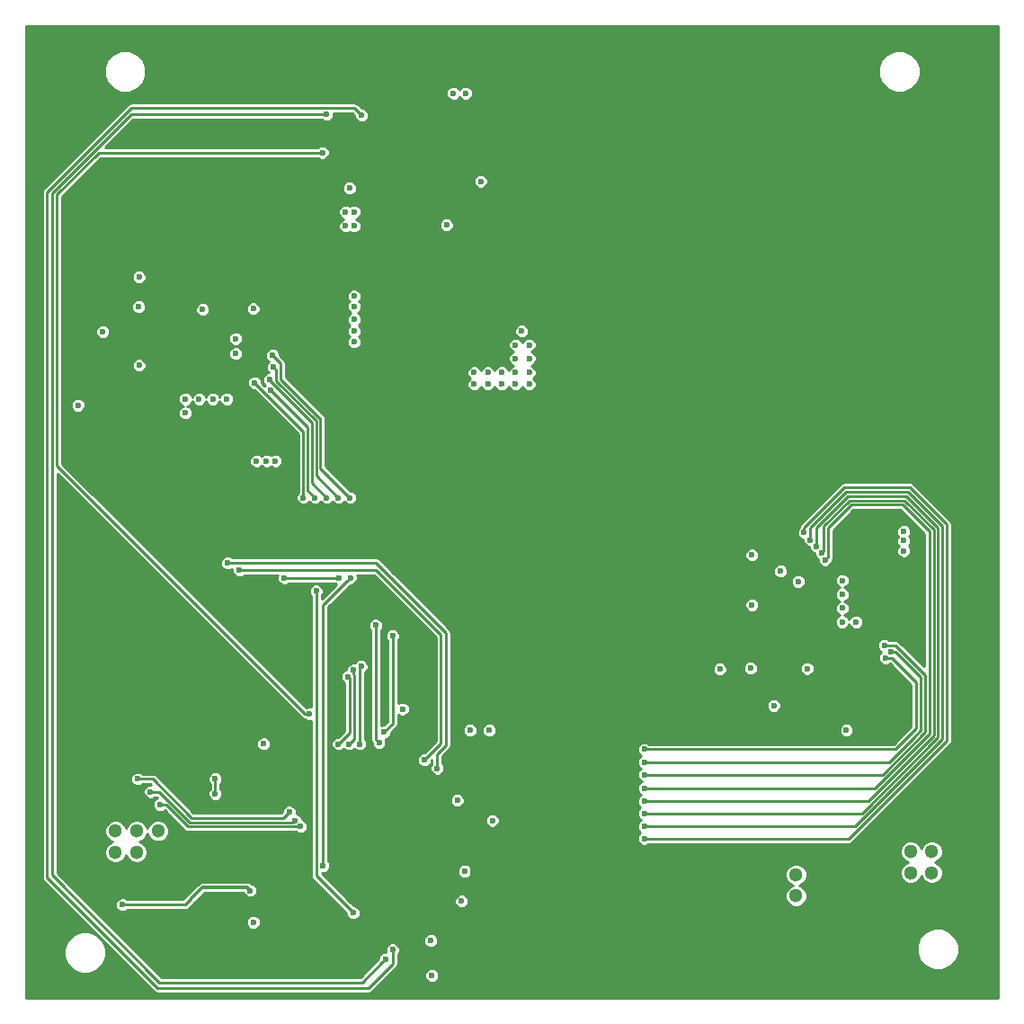
<source format=gbr>
G04 #@! TF.FileFunction,Copper,L4,Bot,Signal*
%FSLAX46Y46*%
G04 Gerber Fmt 4.6, Leading zero omitted, Abs format (unit mm)*
G04 Created by KiCad (PCBNEW 4.0.7) date Thursday, March 08, 2018 'PMt' 03:01:10 PM*
%MOMM*%
%LPD*%
G01*
G04 APERTURE LIST*
%ADD10C,0.100000*%
%ADD11C,0.600000*%
%ADD12R,1.300000X1.300000*%
%ADD13C,1.300000*%
%ADD14C,0.400000*%
%ADD15C,0.250000*%
%ADD16C,0.305000*%
%ADD17C,0.270000*%
G04 APERTURE END LIST*
D10*
D11*
X158800000Y-82100000D03*
X159700000Y-90700000D03*
X156100000Y-92900000D03*
X156100000Y-85300000D03*
X155500000Y-78500000D03*
X147600000Y-78200000D03*
X147400000Y-73700000D03*
X156800000Y-72700000D03*
X155600000Y-64500000D03*
X151700000Y-68900000D03*
X149200000Y-62200000D03*
X122700000Y-128800000D03*
X124200000Y-132800000D03*
X122700000Y-131300000D03*
X142600000Y-67200000D03*
X143700000Y-67200000D03*
X143700000Y-66000000D03*
X142600000Y-66000000D03*
X127800000Y-143600000D03*
X181500000Y-138300000D03*
D12*
X177500000Y-135000000D03*
D13*
X177500000Y-137000000D03*
X175500000Y-135000000D03*
X175500000Y-137000000D03*
X173500000Y-135000000D03*
X173500000Y-137000000D03*
D12*
X115400000Y-132900000D03*
D13*
X115400000Y-130900000D03*
X113400000Y-132900000D03*
X113400000Y-130900000D03*
X111400000Y-132900000D03*
X111400000Y-130900000D03*
D12*
X188277620Y-136834336D03*
D13*
X186277620Y-136834336D03*
X188277620Y-134834336D03*
X186277620Y-134834336D03*
X188277620Y-132834336D03*
X186277620Y-132834336D03*
D11*
X191000000Y-81000000D03*
X189500000Y-68000000D03*
X193000000Y-56500000D03*
X177000000Y-61000000D03*
X125000000Y-120500000D03*
X126500000Y-112400000D03*
X117000000Y-109300000D03*
X183500000Y-63500000D03*
X165500000Y-56500000D03*
X176500000Y-69000000D03*
X138500000Y-127000000D03*
X127400000Y-127000000D03*
X133000000Y-127500000D03*
X183000000Y-72500000D03*
X169500000Y-62000000D03*
X136000000Y-128500000D03*
X134500000Y-132500000D03*
X106900000Y-108500000D03*
X190000000Y-90000000D03*
X128000000Y-133000000D03*
X110300000Y-113600000D03*
X107500000Y-121000000D03*
X172000000Y-89500000D03*
X142000000Y-56000000D03*
X121100000Y-70850000D03*
X135000000Y-135500000D03*
X114500000Y-119300000D03*
X107000000Y-127500000D03*
X179000000Y-86500000D03*
X167000000Y-85000000D03*
X139500000Y-104000000D03*
X108500000Y-79500000D03*
X109000000Y-96000000D03*
X135500000Y-107500000D03*
X133200000Y-112300000D03*
X130000000Y-138000000D03*
X115500000Y-125000000D03*
X107500000Y-133400000D03*
X179000000Y-78500000D03*
X193500000Y-99500000D03*
X110000000Y-75000000D03*
X123000000Y-100000000D03*
X110000000Y-99500000D03*
X139500000Y-112600000D03*
X126500000Y-118900000D03*
X174500000Y-97000000D03*
X154600000Y-105000000D03*
X152000000Y-101400000D03*
X145600000Y-110200000D03*
X146600000Y-106000000D03*
X163700000Y-113000000D03*
X150900000Y-128200000D03*
X159500000Y-100000000D03*
X189500000Y-128900000D03*
X192800000Y-133900000D03*
X166000000Y-134800000D03*
X143900000Y-100600000D03*
X157400000Y-107500000D03*
X148900000Y-121500000D03*
X152800000Y-125800000D03*
X183000000Y-94500000D03*
X191400000Y-110900000D03*
X187000000Y-113700000D03*
X193400000Y-119400000D03*
X186100000Y-139000000D03*
X157000000Y-114500000D03*
X165100000Y-118900000D03*
X144600000Y-119300000D03*
X155900000Y-134100000D03*
X157100000Y-142900000D03*
X163500000Y-141000000D03*
X175900000Y-143800000D03*
X192000000Y-144500000D03*
X148500000Y-144000000D03*
X104500000Y-145500000D03*
X114000000Y-140900000D03*
X104500000Y-139500000D03*
X110000000Y-145500000D03*
X134000000Y-142500000D03*
X114500000Y-70500000D03*
X103600000Y-63000000D03*
X109400000Y-69500000D03*
X120800000Y-64300000D03*
X120500000Y-58000000D03*
X103500000Y-56000000D03*
X114500000Y-58000000D03*
X124500000Y-60500000D03*
X114500000Y-66150000D03*
X119800000Y-131900000D03*
X122300000Y-135000000D03*
X131700000Y-121300000D03*
X123200000Y-117300000D03*
X115900000Y-137200000D03*
X115234760Y-85181328D03*
X116334760Y-85181328D03*
X117434760Y-85181328D03*
X115234760Y-84081328D03*
X116334760Y-84081328D03*
X117434760Y-84081328D03*
X115234760Y-82981328D03*
X116334760Y-82981328D03*
X117434760Y-82981328D03*
X174859692Y-114005988D03*
X174859692Y-112905988D03*
X174859692Y-111805988D03*
X173759692Y-114005988D03*
X173759692Y-112905988D03*
X173759692Y-111805988D03*
X172659692Y-114005988D03*
X172659692Y-112905988D03*
X172659692Y-111805988D03*
D14*
X139322380Y-76231328D03*
X140022380Y-76231328D03*
X140022380Y-76931328D03*
X139322380Y-76931328D03*
D11*
X183350000Y-109200000D03*
X139800000Y-134000000D03*
X115372380Y-77145664D03*
X184439692Y-117205988D03*
X123725295Y-95244155D03*
X184857010Y-105482732D03*
X141521651Y-81902823D03*
X139730000Y-143280000D03*
X160400000Y-75200000D03*
X160400000Y-78200000D03*
X128260000Y-82600000D03*
X128260000Y-88600000D03*
X132900000Y-94900000D03*
X139000000Y-94900000D03*
X145000000Y-94900000D03*
X151000000Y-94900000D03*
X157000000Y-94900000D03*
X161740000Y-88700000D03*
X161740000Y-82700000D03*
X128260000Y-64500000D03*
X128260000Y-70600000D03*
X127100000Y-75200000D03*
X129400000Y-78100000D03*
X161740000Y-70500000D03*
X161740000Y-64600000D03*
X157000000Y-58270000D03*
X151000000Y-58270000D03*
X144900000Y-58270000D03*
X139000000Y-58270000D03*
X133000000Y-58265000D03*
X152700000Y-74100000D03*
X151500000Y-74100000D03*
X150300000Y-74100000D03*
X142324688Y-128938730D03*
X163700000Y-77900000D03*
X163700000Y-75200000D03*
X169379259Y-100020741D03*
X167900000Y-101400000D03*
X169300000Y-97200000D03*
X167900000Y-98600000D03*
X167900000Y-95900000D03*
X166500000Y-97220741D03*
X165100000Y-98599994D03*
X165100000Y-95900000D03*
X163700000Y-97200000D03*
X163700000Y-100000000D03*
X165100000Y-101400000D03*
X146460000Y-74450000D03*
X142551328Y-69781328D03*
X174929692Y-122335988D03*
X169210000Y-77980000D03*
X169100000Y-75200000D03*
X165100000Y-74100000D03*
X166500000Y-75180000D03*
X167900000Y-74100000D03*
X167900000Y-76700000D03*
X167900000Y-79000000D03*
X166500000Y-77980000D03*
X165100000Y-79000000D03*
X126100000Y-94400000D03*
X179924769Y-112560741D03*
X145100000Y-134800000D03*
X136200000Y-141700000D03*
X146600000Y-128600000D03*
X142900000Y-139300000D03*
X140512580Y-120450000D03*
X140512580Y-121690000D03*
X123370000Y-124830000D03*
X149500000Y-135700000D03*
X143410000Y-143620000D03*
X143410000Y-142190000D03*
X120690000Y-137410000D03*
X123690000Y-138340000D03*
X121130000Y-139660000D03*
X126480000Y-121440000D03*
X150210000Y-124410000D03*
X150210000Y-125700000D03*
X148600000Y-140500000D03*
X174924769Y-106560741D03*
X123400000Y-85200000D03*
X186739692Y-111105988D03*
X186739692Y-108905988D03*
X186739692Y-107405988D03*
X186739692Y-105505988D03*
X133160000Y-65940000D03*
X134810000Y-68440000D03*
X137820000Y-69700000D03*
X106958044Y-85481328D03*
X135572380Y-71215664D03*
X136272384Y-71215664D03*
X138272380Y-70915664D03*
X138272380Y-71615664D03*
X141572380Y-71515664D03*
X140272380Y-71515664D03*
X129772380Y-73815664D03*
X129772380Y-72615664D03*
X168539692Y-103865988D03*
X169459692Y-102645988D03*
X170389692Y-102635988D03*
X171419692Y-103765988D03*
X109892380Y-82805664D03*
X110162380Y-81875664D03*
X111522380Y-80245664D03*
X116312380Y-76555664D03*
X114532380Y-76885664D03*
X126532380Y-79835664D03*
X125432380Y-81895664D03*
X126572380Y-81105664D03*
X119832380Y-93615664D03*
X123762380Y-97085664D03*
X121732380Y-97065664D03*
X118132380Y-97065664D03*
X120212380Y-97065664D03*
X174069692Y-121325988D03*
X177918897Y-109515193D03*
X171639692Y-106505988D03*
X172339692Y-106505988D03*
X173039692Y-106505988D03*
X165439692Y-105905988D03*
X165439692Y-104205988D03*
X167603897Y-109385398D03*
X166319692Y-112845988D03*
X166669692Y-113855988D03*
X166889692Y-115665988D03*
X166669692Y-114795988D03*
X170629692Y-118765988D03*
X170019692Y-117775988D03*
X172419692Y-119455988D03*
X171689692Y-119005988D03*
X174239692Y-119655988D03*
X176147099Y-117385398D03*
X179109692Y-121155988D03*
X179109692Y-120305988D03*
X182939692Y-116005988D03*
X179639692Y-115205988D03*
X179639692Y-116205988D03*
X180639692Y-102005988D03*
X182439692Y-102005988D03*
X181539692Y-101005988D03*
X137372380Y-77715664D03*
X137412380Y-76005664D03*
X140672380Y-82815664D03*
X138172380Y-84115664D03*
X138872380Y-83415664D03*
X137572380Y-83415664D03*
X138872380Y-84815664D03*
X137572380Y-84815664D03*
X139572380Y-88815664D03*
X139572380Y-87515664D03*
X140872380Y-87515664D03*
X140872380Y-88815664D03*
X142172380Y-88815664D03*
X143872380Y-84815664D03*
X132672380Y-79115664D03*
X131872380Y-79115664D03*
X119822380Y-77915664D03*
X110472380Y-81115664D03*
X108922380Y-89515664D03*
X108172380Y-89515664D03*
X112922380Y-89765664D03*
X114022380Y-89765664D03*
X116622380Y-90265664D03*
X119622380Y-88465664D03*
X122672380Y-81865664D03*
X122672380Y-83615666D03*
X122672380Y-82765664D03*
X124072380Y-74915664D03*
X123272380Y-75715664D03*
X124922380Y-75715664D03*
X125372380Y-79065664D03*
X111852380Y-86585664D03*
X107982380Y-84505664D03*
X109582380Y-84655664D03*
X112052380Y-94695664D03*
X113062380Y-93265664D03*
X143872380Y-84075664D03*
X143872380Y-83315664D03*
X146600000Y-127100000D03*
X146600000Y-125760000D03*
X149672380Y-83815664D03*
X150372380Y-85115664D03*
X149072380Y-85115664D03*
X150372380Y-86415664D03*
X149072380Y-86415664D03*
X150372380Y-88815664D03*
X150372380Y-87715664D03*
X149072380Y-87715664D03*
X149072380Y-88815664D03*
X147772380Y-88815664D03*
X147772380Y-87715664D03*
X146472380Y-87715664D03*
X146472380Y-88815664D03*
X145172380Y-88815664D03*
X145172380Y-87715664D03*
X125350799Y-122678716D03*
X145800000Y-69700000D03*
X144300000Y-134700000D03*
X144000000Y-137500000D03*
X141200000Y-144500000D03*
X141100000Y-141200000D03*
X124400000Y-139500000D03*
X143600000Y-128000000D03*
X133460000Y-70350000D03*
X144800000Y-121400000D03*
X146600000Y-121400000D03*
X133900000Y-83800000D03*
X133900000Y-82700000D03*
X133900000Y-81500000D03*
X144380000Y-61420000D03*
X143210000Y-61420000D03*
X126469336Y-96040664D03*
X125610000Y-96040664D03*
X124680000Y-96040664D03*
X185639692Y-104505988D03*
X185639692Y-103560741D03*
X138440000Y-119400000D03*
X142572380Y-73815664D03*
X133872380Y-72615664D03*
X133872380Y-73915664D03*
X133072380Y-73915664D03*
X133072380Y-72615664D03*
X133872380Y-84815664D03*
X133872380Y-80515664D03*
X185639692Y-102675664D03*
X146900000Y-129900000D03*
X113572380Y-81515664D03*
X171214769Y-115560741D03*
X110201813Y-83858646D03*
X175705282Y-107405988D03*
X174039692Y-106405988D03*
X171339692Y-109605988D03*
X171339692Y-104905988D03*
X168309692Y-115645988D03*
X173389692Y-119085988D03*
X180239692Y-121405988D03*
X176539692Y-115605988D03*
X179839692Y-107305988D03*
X181139692Y-111205988D03*
X179839692Y-108605988D03*
X179839692Y-109905988D03*
X179839692Y-111205988D03*
X117972380Y-91515664D03*
X121872380Y-90215664D03*
X120572380Y-90215664D03*
X117972380Y-90215664D03*
X119272380Y-90215664D03*
X113622380Y-78715664D03*
X124372380Y-81715664D03*
X119602380Y-81765664D03*
X122722380Y-85945664D03*
X122712380Y-84525664D03*
X113622380Y-87045664D03*
X107872380Y-90815664D03*
X115600000Y-128400000D03*
X128830000Y-130480000D03*
X112060000Y-137840000D03*
X124100000Y-136500000D03*
X128280350Y-129902590D03*
X114700000Y-127200000D03*
X127770000Y-129130000D03*
X113500000Y-126000000D03*
X134600000Y-63500000D03*
X137501529Y-142081824D03*
X136846035Y-142960187D03*
X131300000Y-63400000D03*
X134531438Y-115381147D03*
X134400000Y-122700000D03*
X133822590Y-115737312D03*
X133400000Y-122700000D03*
X133269999Y-116352228D03*
X132400000Y-122700000D03*
X120800219Y-125974604D03*
X120800000Y-127389990D03*
X121970000Y-105650000D03*
X141700000Y-125000000D03*
X123060000Y-106300000D03*
X140500000Y-124200000D03*
X129679825Y-119885736D03*
X130900000Y-67000000D03*
X137500000Y-112500000D03*
X136710000Y-121590000D03*
X135915981Y-111515981D03*
X136215980Y-122590000D03*
X132484790Y-107036822D03*
X127300000Y-107050000D03*
X133512010Y-107052531D03*
X130949027Y-134150973D03*
X133800000Y-138600000D03*
X130300000Y-108300000D03*
X183924769Y-114578988D03*
X161219259Y-123204769D03*
X184446682Y-114001580D03*
X161219259Y-124424769D03*
X183810224Y-113420168D03*
X161229259Y-125584769D03*
X178224769Y-105360741D03*
X161219261Y-126874769D03*
X161209547Y-128094481D03*
X177888285Y-104687772D03*
X177416201Y-104101902D03*
X161219259Y-129244769D03*
X176838791Y-103480741D03*
X161219259Y-130454769D03*
X161229259Y-131604769D03*
X176261381Y-102765709D03*
X129100000Y-99500000D03*
X124496079Y-88688299D03*
X130200000Y-99500000D03*
X125993564Y-89341009D03*
X131300000Y-99500000D03*
X125900000Y-88400000D03*
X132400000Y-99500000D03*
X126234534Y-87185075D03*
X133500000Y-99500000D03*
X126200000Y-86100000D03*
D15*
X115600000Y-128400000D02*
X116154058Y-128400000D01*
X116154058Y-128400000D02*
X118234058Y-130480000D01*
X118234058Y-130480000D02*
X118329506Y-130480000D01*
X118329506Y-130480000D02*
X128830000Y-130480000D01*
X112060000Y-137840000D02*
X117960000Y-137840000D01*
X117960000Y-137840000D02*
X118600000Y-137200000D01*
D16*
X119600000Y-136200000D02*
X123800000Y-136200000D01*
X123800000Y-136200000D02*
X124100000Y-136500000D01*
X118600000Y-137200000D02*
X119600000Y-136200000D01*
D15*
X114700000Y-127200000D02*
X115523152Y-127200000D01*
X115523152Y-127200000D02*
X118396230Y-130073078D01*
X118396230Y-130073078D02*
X128113078Y-130073078D01*
X128113078Y-130073078D02*
X128230173Y-129955983D01*
X128230173Y-129955983D02*
X128230173Y-129952767D01*
X128230173Y-129952767D02*
X128280350Y-129902590D01*
X114892247Y-126000000D02*
X118562914Y-129670667D01*
X118562914Y-129670667D02*
X127225666Y-129670667D01*
X127225666Y-129670667D02*
X127766333Y-129130000D01*
X127766333Y-129130000D02*
X127770000Y-129130000D01*
X113500000Y-126000000D02*
X114892247Y-126000000D01*
X115340820Y-145665010D02*
X104965178Y-135289368D01*
X135220692Y-145665010D02*
X115340820Y-145665010D01*
X104965178Y-70734595D02*
X112904674Y-62795099D01*
X104965178Y-135289368D02*
X104965178Y-70734595D01*
X134300001Y-63200001D02*
X134600000Y-63500000D01*
X112904674Y-62795099D02*
X133895099Y-62795099D01*
X137501529Y-142081824D02*
X137501529Y-143384173D01*
X137501529Y-143384173D02*
X135220692Y-145665010D01*
X133895099Y-62795099D02*
X134300001Y-63200001D01*
X136546036Y-143260186D02*
X136846035Y-142960187D01*
X115550004Y-145160000D02*
X134646222Y-145160000D01*
X112868868Y-63400000D02*
X105422589Y-70846279D01*
X131300000Y-63400000D02*
X112868868Y-63400000D01*
X134646222Y-145160000D02*
X136546036Y-143260186D01*
X105422589Y-135032585D02*
X115550004Y-145160000D01*
X105422589Y-70846279D02*
X105422589Y-135032585D01*
X134400000Y-115512585D02*
X134531438Y-115381147D01*
X134400000Y-122700000D02*
X134400000Y-115512585D01*
X133822590Y-116161576D02*
X133822590Y-115737312D01*
X133868664Y-116207650D02*
X133822590Y-116161576D01*
X133868664Y-122231336D02*
X133868664Y-116207650D01*
X133400000Y-122700000D02*
X133868664Y-122231336D01*
X132400000Y-122700000D02*
X133441478Y-121658522D01*
X133441478Y-121658522D02*
X133441478Y-116515165D01*
X133441478Y-116515165D02*
X133274270Y-116347957D01*
X133274270Y-116347957D02*
X133269999Y-116352228D01*
X120800000Y-125974823D02*
X120800219Y-125974604D01*
X120800000Y-127389990D02*
X120800000Y-125974823D01*
X135950003Y-105650000D02*
X122394264Y-105650000D01*
X141700000Y-123652654D02*
X142522411Y-122830243D01*
X141700000Y-125000000D02*
X141700000Y-123652654D01*
X142522411Y-122830243D02*
X142522411Y-112222408D01*
X142522411Y-112222408D02*
X135950003Y-105650000D01*
X122394264Y-105650000D02*
X121970000Y-105650000D01*
X142052400Y-112417091D02*
X135935309Y-106300000D01*
X123484264Y-106300000D02*
X123060000Y-106300000D01*
X142052400Y-122647600D02*
X142052400Y-112417091D01*
X140500000Y-124200000D02*
X142052400Y-122647600D01*
X135935309Y-106300000D02*
X123484264Y-106300000D01*
X105880000Y-96510175D02*
X129255561Y-119885736D01*
X129255561Y-119885736D02*
X129679825Y-119885736D01*
X109827963Y-67010000D02*
X105880000Y-70957963D01*
X105880000Y-70957963D02*
X105880000Y-96510175D01*
X130900000Y-67000000D02*
X130890000Y-67010000D01*
X130890000Y-67010000D02*
X109827963Y-67010000D01*
X136710000Y-121590000D02*
X137500000Y-120800000D01*
X137500000Y-112924264D02*
X137500000Y-112500000D01*
X137500000Y-120800000D02*
X137500000Y-112924264D01*
X135915981Y-114484350D02*
X135915981Y-111515981D01*
X136215980Y-122590000D02*
X135915981Y-122290001D01*
X135915981Y-122290001D02*
X135915981Y-114484350D01*
X132471612Y-107050000D02*
X132484790Y-107036822D01*
X127300000Y-107050000D02*
X132471612Y-107050000D01*
D17*
X133212011Y-107352530D02*
X133512010Y-107052531D01*
X130949027Y-109615514D02*
X133212011Y-107352530D01*
X130949027Y-134150973D02*
X130949027Y-109615514D01*
X133800000Y-138600000D02*
X130300000Y-135100000D01*
X130300000Y-135100000D02*
X130300000Y-120134915D01*
X130300000Y-120134915D02*
X130300000Y-108300000D01*
D15*
X184855990Y-123204769D02*
X186835428Y-121225331D01*
X184493016Y-114578988D02*
X183924769Y-114578988D01*
X186835428Y-121225331D02*
X186835428Y-116921400D01*
X186835428Y-116921400D02*
X184493016Y-114578988D01*
X161219259Y-123204769D02*
X184855990Y-123204769D01*
X184232110Y-124424769D02*
X186509180Y-122147699D01*
X186509180Y-122147699D02*
X186518470Y-122147699D01*
X186518470Y-122147699D02*
X187239839Y-121426330D01*
X184870946Y-114001580D02*
X187239839Y-116370473D01*
X184446682Y-114001580D02*
X184870946Y-114001580D01*
X187239839Y-116370473D02*
X187239839Y-121426330D01*
X161219259Y-124424769D02*
X184232110Y-124424769D01*
X187646250Y-121591842D02*
X187646250Y-120400000D01*
X187646250Y-116202133D02*
X187646250Y-120400000D01*
X187646250Y-120400000D02*
X187646250Y-120899260D01*
X184864285Y-113420168D02*
X187646250Y-116202133D01*
X183810224Y-113420168D02*
X184864285Y-113420168D01*
X183653323Y-125584769D02*
X187646250Y-121591842D01*
X161229259Y-125584769D02*
X183653323Y-125584769D01*
X188064769Y-102705126D02*
X188064769Y-121742418D01*
X185520384Y-100160741D02*
X188064769Y-102705126D01*
X180694338Y-100160741D02*
X185520384Y-100160741D01*
X178513286Y-102341793D02*
X180694338Y-100160741D01*
X178224769Y-105360741D02*
X178513286Y-105072224D01*
X178513286Y-105072224D02*
X178513286Y-102341793D01*
X182932418Y-126874769D02*
X161219261Y-126874769D01*
X188064769Y-121742418D02*
X182932418Y-126874769D01*
X188467180Y-102538442D02*
X188467180Y-121909102D01*
X185687068Y-99758330D02*
X188467180Y-102538442D01*
X182281801Y-128094481D02*
X161633811Y-128094481D01*
X188467180Y-121909102D02*
X182281801Y-128094481D01*
X180527654Y-99758330D02*
X185687068Y-99758330D01*
X178110875Y-102175109D02*
X180527654Y-99758330D01*
X161633811Y-128094481D02*
X161209547Y-128094481D01*
X178110875Y-104465182D02*
X178110875Y-102175109D01*
X177888285Y-104687772D02*
X178110875Y-104465182D01*
X177888285Y-104687772D02*
X177888285Y-104722969D01*
X187604402Y-101060333D02*
X185899988Y-99355919D01*
X188877591Y-122067786D02*
X188877591Y-102333522D01*
X188877591Y-102333522D02*
X187604402Y-101060333D01*
X187604402Y-101060333D02*
X187591732Y-101060333D01*
X177416201Y-103677638D02*
X177416201Y-104101902D01*
X177416201Y-102300688D02*
X177416201Y-103677638D01*
X185899988Y-99355919D02*
X180360970Y-99355919D01*
X180360970Y-99355919D02*
X177416201Y-102300688D01*
X181700608Y-129244769D02*
X188877591Y-122067786D01*
X161219259Y-129244769D02*
X181700608Y-129244769D01*
X189280002Y-122234470D02*
X189280002Y-102166838D01*
X189280002Y-102166838D02*
X186066672Y-98953508D01*
X181059703Y-130454769D02*
X189280002Y-122234470D01*
X176838791Y-102309003D02*
X176838791Y-103056477D01*
X180194286Y-98953508D02*
X176838791Y-102309003D01*
X176838791Y-103056477D02*
X176838791Y-103480741D01*
X186066672Y-98953508D02*
X180194286Y-98953508D01*
X161219259Y-130454769D02*
X181059703Y-130454769D01*
X189682413Y-102000154D02*
X186233356Y-98551097D01*
X189682413Y-122401154D02*
X189682413Y-102000154D01*
X176261381Y-102341445D02*
X176261381Y-102765709D01*
X176261381Y-102317318D02*
X176261381Y-102341445D01*
X180027602Y-98551097D02*
X176261381Y-102317318D01*
X186233356Y-98551097D02*
X180027602Y-98551097D01*
X180478798Y-131604769D02*
X189682413Y-122401154D01*
X161229259Y-131604769D02*
X180478798Y-131604769D01*
X124496079Y-88696079D02*
X128800000Y-93000000D01*
X128800000Y-93000000D02*
X129000000Y-93200000D01*
X129100000Y-99500000D02*
X129100000Y-93300000D01*
X129100000Y-93300000D02*
X128800000Y-93000000D01*
X124496079Y-88688299D02*
X124496079Y-88696079D01*
X129417293Y-92764738D02*
X129100000Y-92447445D01*
X129100000Y-92447445D02*
X126293563Y-89641008D01*
X129502410Y-92849855D02*
X129100000Y-92447445D01*
X130200000Y-99500000D02*
X129502410Y-98802410D01*
X129502410Y-98802410D02*
X129502410Y-92849855D01*
X126293563Y-89641008D02*
X125993564Y-89341009D01*
X129823704Y-92351739D02*
X129700000Y-92228035D01*
X129700000Y-92228035D02*
X125900000Y-88428035D01*
X131300000Y-99500000D02*
X129904820Y-98104820D01*
X129904820Y-98104820D02*
X129904820Y-92432855D01*
X129904820Y-92432855D02*
X129700000Y-92228035D01*
X125900000Y-88428035D02*
X125900000Y-88400000D01*
X132400000Y-99500000D02*
X130307230Y-97407230D01*
X130307230Y-97407230D02*
X130307230Y-92266172D01*
X130307230Y-92266172D02*
X126534533Y-88493476D01*
X126534533Y-88493476D02*
X126534533Y-87485074D01*
X126534533Y-87485074D02*
X126234534Y-87185075D01*
X130628524Y-92018373D02*
X130200000Y-91589850D01*
X130200000Y-91589850D02*
X126936943Y-88326794D01*
X133500000Y-99500000D02*
X130709640Y-96709640D01*
X130709640Y-96709640D02*
X130709640Y-92099490D01*
X130709640Y-92099490D02*
X130200000Y-91589850D01*
X126936943Y-86836943D02*
X126200000Y-86100000D01*
X126936943Y-88326794D02*
X126936943Y-86836943D01*
G36*
X194550000Y-146650000D02*
X102950000Y-146650000D01*
X102950000Y-142741128D01*
X106549657Y-142741128D01*
X106849700Y-143467286D01*
X107404791Y-144023348D01*
X108130425Y-144324657D01*
X108916128Y-144325343D01*
X109642286Y-144025300D01*
X110198348Y-143470209D01*
X110499657Y-142744575D01*
X110500343Y-141958872D01*
X110200300Y-141232714D01*
X109645209Y-140676652D01*
X108919575Y-140375343D01*
X108133872Y-140374657D01*
X107407714Y-140674700D01*
X106851652Y-141229791D01*
X106550343Y-141955425D01*
X106549657Y-142741128D01*
X102950000Y-142741128D01*
X102950000Y-70734595D01*
X104465178Y-70734595D01*
X104465178Y-135289368D01*
X104484427Y-135386138D01*
X104503238Y-135480710D01*
X104611625Y-135642921D01*
X114987267Y-146018564D01*
X115084506Y-146083536D01*
X115149478Y-146126950D01*
X115340820Y-146165010D01*
X135220692Y-146165010D01*
X135412034Y-146126950D01*
X135574245Y-146018563D01*
X136959131Y-144633677D01*
X140524883Y-144633677D01*
X140627429Y-144881857D01*
X140817144Y-145071903D01*
X141065145Y-145174883D01*
X141333677Y-145175117D01*
X141581857Y-145072571D01*
X141771903Y-144882856D01*
X141874883Y-144634855D01*
X141875117Y-144366323D01*
X141772571Y-144118143D01*
X141582856Y-143928097D01*
X141334855Y-143825117D01*
X141066323Y-143824883D01*
X140818143Y-143927429D01*
X140628097Y-144117144D01*
X140525117Y-144365145D01*
X140524883Y-144633677D01*
X136959131Y-144633677D01*
X137855083Y-143737726D01*
X137937928Y-143613739D01*
X137963469Y-143575515D01*
X138001529Y-143384173D01*
X138001529Y-142536458D01*
X138073432Y-142464680D01*
X138095668Y-142411128D01*
X186879657Y-142411128D01*
X187179700Y-143137286D01*
X187734791Y-143693348D01*
X188460425Y-143994657D01*
X189246128Y-143995343D01*
X189972286Y-143695300D01*
X190528348Y-143140209D01*
X190829657Y-142414575D01*
X190830343Y-141628872D01*
X190530300Y-140902714D01*
X189975209Y-140346652D01*
X189249575Y-140045343D01*
X188463872Y-140044657D01*
X187737714Y-140344700D01*
X187181652Y-140899791D01*
X186880343Y-141625425D01*
X186879657Y-142411128D01*
X138095668Y-142411128D01*
X138176412Y-142216679D01*
X138176646Y-141948147D01*
X138074100Y-141699967D01*
X137884385Y-141509921D01*
X137636384Y-141406941D01*
X137367852Y-141406707D01*
X137119672Y-141509253D01*
X136929626Y-141698968D01*
X136826646Y-141946969D01*
X136826412Y-142215501D01*
X136855209Y-142285194D01*
X136712358Y-142285070D01*
X136464178Y-142387616D01*
X136274132Y-142577331D01*
X136171152Y-142825332D01*
X136171062Y-142928053D01*
X134439116Y-144660000D01*
X115757111Y-144660000D01*
X112430788Y-141333677D01*
X140424883Y-141333677D01*
X140527429Y-141581857D01*
X140717144Y-141771903D01*
X140965145Y-141874883D01*
X141233677Y-141875117D01*
X141481857Y-141772571D01*
X141671903Y-141582856D01*
X141774883Y-141334855D01*
X141775117Y-141066323D01*
X141672571Y-140818143D01*
X141482856Y-140628097D01*
X141234855Y-140525117D01*
X140966323Y-140524883D01*
X140718143Y-140627429D01*
X140528097Y-140817144D01*
X140425117Y-141065145D01*
X140424883Y-141333677D01*
X112430788Y-141333677D01*
X110730788Y-139633677D01*
X123724883Y-139633677D01*
X123827429Y-139881857D01*
X124017144Y-140071903D01*
X124265145Y-140174883D01*
X124533677Y-140175117D01*
X124781857Y-140072571D01*
X124971903Y-139882856D01*
X125074883Y-139634855D01*
X125075117Y-139366323D01*
X124972571Y-139118143D01*
X124782856Y-138928097D01*
X124534855Y-138825117D01*
X124266323Y-138824883D01*
X124018143Y-138927429D01*
X123828097Y-139117144D01*
X123725117Y-139365145D01*
X123724883Y-139633677D01*
X110730788Y-139633677D01*
X109070788Y-137973677D01*
X111384883Y-137973677D01*
X111487429Y-138221857D01*
X111677144Y-138411903D01*
X111925145Y-138514883D01*
X112193677Y-138515117D01*
X112441857Y-138412571D01*
X112514555Y-138340000D01*
X117960000Y-138340000D01*
X118151342Y-138301940D01*
X118313553Y-138193553D01*
X118855796Y-137651311D01*
X118972999Y-137572999D01*
X119818498Y-136727500D01*
X123463650Y-136727500D01*
X123527429Y-136881857D01*
X123717144Y-137071903D01*
X123965145Y-137174883D01*
X124233677Y-137175117D01*
X124481857Y-137072571D01*
X124671903Y-136882856D01*
X124774883Y-136634855D01*
X124775117Y-136366323D01*
X124672571Y-136118143D01*
X124482856Y-135928097D01*
X124234855Y-135825117D01*
X124170095Y-135825061D01*
X124116677Y-135789368D01*
X124001866Y-135712654D01*
X123800000Y-135672500D01*
X119600005Y-135672500D01*
X119600000Y-135672499D01*
X119398135Y-135712653D01*
X119227001Y-135827001D01*
X118227001Y-136827001D01*
X118148689Y-136944204D01*
X117752894Y-137340000D01*
X112514634Y-137340000D01*
X112442856Y-137268097D01*
X112194855Y-137165117D01*
X111926323Y-137164883D01*
X111678143Y-137267429D01*
X111488097Y-137457144D01*
X111385117Y-137705145D01*
X111384883Y-137973677D01*
X109070788Y-137973677D01*
X105922589Y-134825479D01*
X105922589Y-131102991D01*
X110374822Y-131102991D01*
X110530541Y-131479857D01*
X110818626Y-131768446D01*
X111135757Y-131900131D01*
X110820143Y-132030541D01*
X110531554Y-132318626D01*
X110375178Y-132695220D01*
X110374822Y-133102991D01*
X110530541Y-133479857D01*
X110818626Y-133768446D01*
X111195220Y-133924822D01*
X111602991Y-133925178D01*
X111979857Y-133769459D01*
X112268446Y-133481374D01*
X112400131Y-133164243D01*
X112530541Y-133479857D01*
X112818626Y-133768446D01*
X113195220Y-133924822D01*
X113602991Y-133925178D01*
X113979857Y-133769459D01*
X114268446Y-133481374D01*
X114424822Y-133104780D01*
X114425178Y-132697009D01*
X114269459Y-132320143D01*
X113981374Y-132031554D01*
X113664243Y-131899869D01*
X113979857Y-131769459D01*
X114268446Y-131481374D01*
X114400131Y-131164243D01*
X114530541Y-131479857D01*
X114818626Y-131768446D01*
X115195220Y-131924822D01*
X115602991Y-131925178D01*
X115979857Y-131769459D01*
X116268446Y-131481374D01*
X116424822Y-131104780D01*
X116425178Y-130697009D01*
X116269459Y-130320143D01*
X115981374Y-130031554D01*
X115604780Y-129875178D01*
X115197009Y-129874822D01*
X114820143Y-130030541D01*
X114531554Y-130318626D01*
X114399869Y-130635757D01*
X114269459Y-130320143D01*
X113981374Y-130031554D01*
X113604780Y-129875178D01*
X113197009Y-129874822D01*
X112820143Y-130030541D01*
X112531554Y-130318626D01*
X112399869Y-130635757D01*
X112269459Y-130320143D01*
X111981374Y-130031554D01*
X111604780Y-129875178D01*
X111197009Y-129874822D01*
X110820143Y-130030541D01*
X110531554Y-130318626D01*
X110375178Y-130695220D01*
X110374822Y-131102991D01*
X105922589Y-131102991D01*
X105922589Y-126133677D01*
X112824883Y-126133677D01*
X112927429Y-126381857D01*
X113117144Y-126571903D01*
X113365145Y-126674883D01*
X113633677Y-126675117D01*
X113881857Y-126572571D01*
X113954555Y-126500000D01*
X114685141Y-126500000D01*
X114710149Y-126525008D01*
X114566323Y-126524883D01*
X114318143Y-126627429D01*
X114128097Y-126817144D01*
X114025117Y-127065145D01*
X114024883Y-127333677D01*
X114127429Y-127581857D01*
X114317144Y-127771903D01*
X114565145Y-127874883D01*
X114833677Y-127875117D01*
X115081857Y-127772571D01*
X115154555Y-127700000D01*
X115316046Y-127700000D01*
X115377592Y-127761546D01*
X115218143Y-127827429D01*
X115028097Y-128017144D01*
X114925117Y-128265145D01*
X114924883Y-128533677D01*
X115027429Y-128781857D01*
X115217144Y-128971903D01*
X115465145Y-129074883D01*
X115733677Y-129075117D01*
X115981857Y-128972571D01*
X116000706Y-128953754D01*
X117880504Y-130833553D01*
X118024326Y-130929652D01*
X118042716Y-130941940D01*
X118234058Y-130980000D01*
X128375366Y-130980000D01*
X128447144Y-131051903D01*
X128695145Y-131154883D01*
X128963677Y-131155117D01*
X129211857Y-131052571D01*
X129401903Y-130862856D01*
X129504883Y-130614855D01*
X129505117Y-130346323D01*
X129402571Y-130098143D01*
X129212856Y-129908097D01*
X128964855Y-129805117D01*
X128955435Y-129805109D01*
X128955467Y-129768913D01*
X128852921Y-129520733D01*
X128663206Y-129330687D01*
X128444905Y-129240039D01*
X128445117Y-128996323D01*
X128342571Y-128748143D01*
X128152856Y-128558097D01*
X127904855Y-128455117D01*
X127636323Y-128454883D01*
X127388143Y-128557429D01*
X127198097Y-128747144D01*
X127095117Y-128995145D01*
X127095031Y-129094196D01*
X127018560Y-129170667D01*
X118770020Y-129170667D01*
X117123020Y-127523667D01*
X120124883Y-127523667D01*
X120227429Y-127771847D01*
X120417144Y-127961893D01*
X120665145Y-128064873D01*
X120933677Y-128065107D01*
X121181857Y-127962561D01*
X121371903Y-127772846D01*
X121474883Y-127524845D01*
X121475117Y-127256313D01*
X121372571Y-127008133D01*
X121300000Y-126935435D01*
X121300000Y-126429456D01*
X121372122Y-126357460D01*
X121475102Y-126109459D01*
X121475336Y-125840927D01*
X121372790Y-125592747D01*
X121183075Y-125402701D01*
X120935074Y-125299721D01*
X120666542Y-125299487D01*
X120418362Y-125402033D01*
X120228316Y-125591748D01*
X120125336Y-125839749D01*
X120125102Y-126108281D01*
X120227648Y-126356461D01*
X120300000Y-126428939D01*
X120300000Y-126935356D01*
X120228097Y-127007134D01*
X120125117Y-127255135D01*
X120124883Y-127523667D01*
X117123020Y-127523667D01*
X115245800Y-125646447D01*
X115083589Y-125538060D01*
X114892247Y-125500000D01*
X113954634Y-125500000D01*
X113882856Y-125428097D01*
X113634855Y-125325117D01*
X113366323Y-125324883D01*
X113118143Y-125427429D01*
X112928097Y-125617144D01*
X112825117Y-125865145D01*
X112824883Y-126133677D01*
X105922589Y-126133677D01*
X105922589Y-122812393D01*
X124675682Y-122812393D01*
X124778228Y-123060573D01*
X124967943Y-123250619D01*
X125215944Y-123353599D01*
X125484476Y-123353833D01*
X125732656Y-123251287D01*
X125922702Y-123061572D01*
X126025682Y-122813571D01*
X126025916Y-122545039D01*
X125923370Y-122296859D01*
X125733655Y-122106813D01*
X125485654Y-122003833D01*
X125217122Y-122003599D01*
X124968942Y-122106145D01*
X124778896Y-122295860D01*
X124675916Y-122543861D01*
X124675682Y-122812393D01*
X105922589Y-122812393D01*
X105922589Y-97259870D01*
X128902007Y-120239289D01*
X129037891Y-120330084D01*
X129064219Y-120347676D01*
X129217667Y-120378198D01*
X129296969Y-120457639D01*
X129544970Y-120560619D01*
X129790000Y-120560833D01*
X129790000Y-135100000D01*
X129824193Y-135271903D01*
X129828821Y-135295169D01*
X129939376Y-135460624D01*
X133124959Y-138646208D01*
X133124883Y-138733677D01*
X133227429Y-138981857D01*
X133417144Y-139171903D01*
X133665145Y-139274883D01*
X133933677Y-139275117D01*
X134181857Y-139172571D01*
X134371903Y-138982856D01*
X134474883Y-138734855D01*
X134475117Y-138466323D01*
X134372571Y-138218143D01*
X134182856Y-138028097D01*
X133934855Y-137925117D01*
X133846289Y-137925040D01*
X133554926Y-137633677D01*
X143324883Y-137633677D01*
X143427429Y-137881857D01*
X143617144Y-138071903D01*
X143865145Y-138174883D01*
X144133677Y-138175117D01*
X144381857Y-138072571D01*
X144571903Y-137882856D01*
X144674883Y-137634855D01*
X144675117Y-137366323D01*
X144572571Y-137118143D01*
X144382856Y-136928097D01*
X144134855Y-136825117D01*
X143866323Y-136824883D01*
X143618143Y-136927429D01*
X143428097Y-137117144D01*
X143325117Y-137365145D01*
X143324883Y-137633677D01*
X133554926Y-137633677D01*
X130810000Y-134888752D01*
X130810000Y-134833677D01*
X143624883Y-134833677D01*
X143727429Y-135081857D01*
X143917144Y-135271903D01*
X144165145Y-135374883D01*
X144433677Y-135375117D01*
X144681857Y-135272571D01*
X144751558Y-135202991D01*
X174474822Y-135202991D01*
X174630541Y-135579857D01*
X174918626Y-135868446D01*
X175235757Y-136000131D01*
X174920143Y-136130541D01*
X174631554Y-136418626D01*
X174475178Y-136795220D01*
X174474822Y-137202991D01*
X174630541Y-137579857D01*
X174918626Y-137868446D01*
X175295220Y-138024822D01*
X175702991Y-138025178D01*
X176079857Y-137869459D01*
X176368446Y-137581374D01*
X176524822Y-137204780D01*
X176525178Y-136797009D01*
X176369459Y-136420143D01*
X176081374Y-136131554D01*
X175764243Y-135999869D01*
X176079857Y-135869459D01*
X176368446Y-135581374D01*
X176524822Y-135204780D01*
X176525178Y-134797009D01*
X176369459Y-134420143D01*
X176081374Y-134131554D01*
X175704780Y-133975178D01*
X175297009Y-133974822D01*
X174920143Y-134130541D01*
X174631554Y-134418626D01*
X174475178Y-134795220D01*
X174474822Y-135202991D01*
X144751558Y-135202991D01*
X144871903Y-135082856D01*
X144974883Y-134834855D01*
X144975117Y-134566323D01*
X144872571Y-134318143D01*
X144682856Y-134128097D01*
X144434855Y-134025117D01*
X144166323Y-134024883D01*
X143918143Y-134127429D01*
X143728097Y-134317144D01*
X143625117Y-134565145D01*
X143624883Y-134833677D01*
X130810000Y-134833677D01*
X130810000Y-134824124D01*
X130814172Y-134825856D01*
X131082704Y-134826090D01*
X131330884Y-134723544D01*
X131520930Y-134533829D01*
X131623910Y-134285828D01*
X131624144Y-134017296D01*
X131521598Y-133769116D01*
X131459027Y-133706436D01*
X131459027Y-133037327D01*
X185252442Y-133037327D01*
X185408161Y-133414193D01*
X185696246Y-133702782D01*
X186013377Y-133834467D01*
X185697763Y-133964877D01*
X185409174Y-134252962D01*
X185252798Y-134629556D01*
X185252442Y-135037327D01*
X185408161Y-135414193D01*
X185696246Y-135702782D01*
X186072840Y-135859158D01*
X186480611Y-135859514D01*
X186857477Y-135703795D01*
X187146066Y-135415710D01*
X187277751Y-135098579D01*
X187408161Y-135414193D01*
X187696246Y-135702782D01*
X188072840Y-135859158D01*
X188480611Y-135859514D01*
X188857477Y-135703795D01*
X189146066Y-135415710D01*
X189302442Y-135039116D01*
X189302798Y-134631345D01*
X189147079Y-134254479D01*
X188858994Y-133965890D01*
X188541863Y-133834205D01*
X188857477Y-133703795D01*
X189146066Y-133415710D01*
X189302442Y-133039116D01*
X189302798Y-132631345D01*
X189147079Y-132254479D01*
X188858994Y-131965890D01*
X188482400Y-131809514D01*
X188074629Y-131809158D01*
X187697763Y-131964877D01*
X187409174Y-132252962D01*
X187277489Y-132570093D01*
X187147079Y-132254479D01*
X186858994Y-131965890D01*
X186482400Y-131809514D01*
X186074629Y-131809158D01*
X185697763Y-131964877D01*
X185409174Y-132252962D01*
X185252798Y-132629556D01*
X185252442Y-133037327D01*
X131459027Y-133037327D01*
X131459027Y-130033677D01*
X146224883Y-130033677D01*
X146327429Y-130281857D01*
X146517144Y-130471903D01*
X146765145Y-130574883D01*
X147033677Y-130575117D01*
X147281857Y-130472571D01*
X147471903Y-130282856D01*
X147574883Y-130034855D01*
X147575117Y-129766323D01*
X147472571Y-129518143D01*
X147282856Y-129328097D01*
X147034855Y-129225117D01*
X146766323Y-129224883D01*
X146518143Y-129327429D01*
X146328097Y-129517144D01*
X146225117Y-129765145D01*
X146224883Y-130033677D01*
X131459027Y-130033677D01*
X131459027Y-128133677D01*
X142924883Y-128133677D01*
X143027429Y-128381857D01*
X143217144Y-128571903D01*
X143465145Y-128674883D01*
X143733677Y-128675117D01*
X143981857Y-128572571D01*
X144171903Y-128382856D01*
X144236139Y-128228158D01*
X160534430Y-128228158D01*
X160636976Y-128476338D01*
X160826691Y-128666384D01*
X160839051Y-128671517D01*
X160837402Y-128672198D01*
X160647356Y-128861913D01*
X160544376Y-129109914D01*
X160544142Y-129378446D01*
X160646688Y-129626626D01*
X160836403Y-129816672D01*
X160915998Y-129849723D01*
X160837402Y-129882198D01*
X160647356Y-130071913D01*
X160544376Y-130319914D01*
X160544142Y-130588446D01*
X160646688Y-130836626D01*
X160836403Y-131026672D01*
X160848559Y-131031720D01*
X160847402Y-131032198D01*
X160657356Y-131221913D01*
X160554376Y-131469914D01*
X160554142Y-131738446D01*
X160656688Y-131986626D01*
X160846403Y-132176672D01*
X161094404Y-132279652D01*
X161362936Y-132279886D01*
X161611116Y-132177340D01*
X161683814Y-132104769D01*
X180478798Y-132104769D01*
X180670140Y-132066709D01*
X180832351Y-131958322D01*
X190035966Y-122754708D01*
X190144353Y-122592496D01*
X190149793Y-122565145D01*
X190182413Y-122401154D01*
X190182413Y-102000154D01*
X190144353Y-101808812D01*
X190080446Y-101713169D01*
X190035966Y-101646600D01*
X186586909Y-98197544D01*
X186424698Y-98089157D01*
X186233356Y-98051097D01*
X180027602Y-98051097D01*
X179836260Y-98089157D01*
X179674049Y-98197543D01*
X175907828Y-101963765D01*
X175799441Y-102125976D01*
X175762930Y-102309529D01*
X175689478Y-102382853D01*
X175586498Y-102630854D01*
X175586264Y-102899386D01*
X175688810Y-103147566D01*
X175878525Y-103337612D01*
X176126526Y-103440592D01*
X176163825Y-103440625D01*
X176163674Y-103614418D01*
X176266220Y-103862598D01*
X176455935Y-104052644D01*
X176703936Y-104155624D01*
X176741154Y-104155656D01*
X176741084Y-104235579D01*
X176843630Y-104483759D01*
X177033345Y-104673805D01*
X177213232Y-104748501D01*
X177213168Y-104821449D01*
X177315714Y-105069629D01*
X177505429Y-105259675D01*
X177549840Y-105278116D01*
X177549652Y-105494418D01*
X177652198Y-105742598D01*
X177841913Y-105932644D01*
X178089914Y-106035624D01*
X178358446Y-106035858D01*
X178606626Y-105933312D01*
X178796672Y-105743597D01*
X178899652Y-105495596D01*
X178899756Y-105376515D01*
X178953255Y-105296447D01*
X178975226Y-105263566D01*
X179013286Y-105072224D01*
X179013286Y-102809341D01*
X184964575Y-102809341D01*
X185067121Y-103057521D01*
X185127636Y-103118142D01*
X185067789Y-103177885D01*
X184964809Y-103425886D01*
X184964575Y-103694418D01*
X185067121Y-103942598D01*
X185157721Y-104033356D01*
X185067789Y-104123132D01*
X184964809Y-104371133D01*
X184964575Y-104639665D01*
X185067121Y-104887845D01*
X185256836Y-105077891D01*
X185504837Y-105180871D01*
X185773369Y-105181105D01*
X186021549Y-105078559D01*
X186211595Y-104888844D01*
X186314575Y-104640843D01*
X186314809Y-104372311D01*
X186212263Y-104124131D01*
X186121663Y-104033373D01*
X186211595Y-103943597D01*
X186314575Y-103695596D01*
X186314809Y-103427064D01*
X186212263Y-103178884D01*
X186151748Y-103118263D01*
X186211595Y-103058520D01*
X186314575Y-102810519D01*
X186314809Y-102541987D01*
X186212263Y-102293807D01*
X186022548Y-102103761D01*
X185774547Y-102000781D01*
X185506015Y-102000547D01*
X185257835Y-102103093D01*
X185067789Y-102292808D01*
X184964809Y-102540809D01*
X184964575Y-102809341D01*
X179013286Y-102809341D01*
X179013286Y-102548899D01*
X180901445Y-100660741D01*
X185313278Y-100660741D01*
X187564769Y-102912233D01*
X187564769Y-115413545D01*
X185217838Y-113066615D01*
X185055627Y-112958228D01*
X184864285Y-112920168D01*
X184264858Y-112920168D01*
X184193080Y-112848265D01*
X183945079Y-112745285D01*
X183676547Y-112745051D01*
X183428367Y-112847597D01*
X183238321Y-113037312D01*
X183135341Y-113285313D01*
X183135107Y-113553845D01*
X183237653Y-113802025D01*
X183427368Y-113992071D01*
X183519118Y-114030169D01*
X183352866Y-114196132D01*
X183249886Y-114444133D01*
X183249652Y-114712665D01*
X183352198Y-114960845D01*
X183541913Y-115150891D01*
X183789914Y-115253871D01*
X184058446Y-115254105D01*
X184306626Y-115151559D01*
X184332576Y-115125654D01*
X186335428Y-117128507D01*
X186335428Y-121018225D01*
X184648884Y-122704769D01*
X161673893Y-122704769D01*
X161602115Y-122632866D01*
X161354114Y-122529886D01*
X161085582Y-122529652D01*
X160837402Y-122632198D01*
X160647356Y-122821913D01*
X160544376Y-123069914D01*
X160544142Y-123338446D01*
X160646688Y-123586626D01*
X160836403Y-123776672D01*
X160928069Y-123814735D01*
X160837402Y-123852198D01*
X160647356Y-124041913D01*
X160544376Y-124289914D01*
X160544142Y-124558446D01*
X160646688Y-124806626D01*
X160836403Y-124996672D01*
X160860630Y-125006732D01*
X160847402Y-125012198D01*
X160657356Y-125201913D01*
X160554376Y-125449914D01*
X160554142Y-125718446D01*
X160656688Y-125966626D01*
X160846403Y-126156672D01*
X161017579Y-126227751D01*
X160837404Y-126302198D01*
X160647358Y-126491913D01*
X160544378Y-126739914D01*
X160544144Y-127008446D01*
X160646690Y-127256626D01*
X160836405Y-127446672D01*
X160922878Y-127482579D01*
X160827690Y-127521910D01*
X160637644Y-127711625D01*
X160534664Y-127959626D01*
X160534430Y-128228158D01*
X144236139Y-128228158D01*
X144274883Y-128134855D01*
X144275117Y-127866323D01*
X144172571Y-127618143D01*
X143982856Y-127428097D01*
X143734855Y-127325117D01*
X143466323Y-127324883D01*
X143218143Y-127427429D01*
X143028097Y-127617144D01*
X142925117Y-127865145D01*
X142924883Y-128133677D01*
X131459027Y-128133677D01*
X131459027Y-122833677D01*
X131724883Y-122833677D01*
X131827429Y-123081857D01*
X132017144Y-123271903D01*
X132265145Y-123374883D01*
X132533677Y-123375117D01*
X132781857Y-123272571D01*
X132900040Y-123154594D01*
X133017144Y-123271903D01*
X133265145Y-123374883D01*
X133533677Y-123375117D01*
X133781857Y-123272571D01*
X133900040Y-123154594D01*
X134017144Y-123271903D01*
X134265145Y-123374883D01*
X134533677Y-123375117D01*
X134781857Y-123272571D01*
X134971903Y-123082856D01*
X135074883Y-122834855D01*
X135075117Y-122566323D01*
X134972571Y-122318143D01*
X134900000Y-122245445D01*
X134900000Y-115959211D01*
X134913295Y-115953718D01*
X135103341Y-115764003D01*
X135206321Y-115516002D01*
X135206555Y-115247470D01*
X135104009Y-114999290D01*
X134914294Y-114809244D01*
X134666293Y-114706264D01*
X134397761Y-114706030D01*
X134149581Y-114808576D01*
X133959535Y-114998291D01*
X133932911Y-115062408D01*
X133688913Y-115062195D01*
X133440733Y-115164741D01*
X133250687Y-115354456D01*
X133147707Y-115602457D01*
X133147642Y-115677121D01*
X133136322Y-115677111D01*
X132888142Y-115779657D01*
X132698096Y-115969372D01*
X132595116Y-116217373D01*
X132594882Y-116485905D01*
X132697428Y-116734085D01*
X132887143Y-116924131D01*
X132941478Y-116946693D01*
X132941478Y-121451415D01*
X132367922Y-122024972D01*
X132266323Y-122024883D01*
X132018143Y-122127429D01*
X131828097Y-122317144D01*
X131725117Y-122565145D01*
X131724883Y-122833677D01*
X131459027Y-122833677D01*
X131459027Y-111649658D01*
X135240864Y-111649658D01*
X135343410Y-111897838D01*
X135415981Y-111970536D01*
X135415981Y-122290001D01*
X135448830Y-122455145D01*
X135454041Y-122481343D01*
X135540961Y-122611426D01*
X135540863Y-122723677D01*
X135643409Y-122971857D01*
X135833124Y-123161903D01*
X136081125Y-123264883D01*
X136349657Y-123265117D01*
X136597837Y-123162571D01*
X136787883Y-122972856D01*
X136890863Y-122724855D01*
X136891097Y-122456323D01*
X136812081Y-122265089D01*
X136843677Y-122265117D01*
X137091857Y-122162571D01*
X137281903Y-121972856D01*
X137384883Y-121724855D01*
X137384973Y-121622134D01*
X137853554Y-121153553D01*
X137944032Y-121018143D01*
X137961940Y-120991342D01*
X138000000Y-120800000D01*
X138000000Y-119914659D01*
X138057144Y-119971903D01*
X138305145Y-120074883D01*
X138573677Y-120075117D01*
X138821857Y-119972571D01*
X139011903Y-119782856D01*
X139114883Y-119534855D01*
X139115117Y-119266323D01*
X139012571Y-119018143D01*
X138822856Y-118828097D01*
X138574855Y-118725117D01*
X138306323Y-118724883D01*
X138058143Y-118827429D01*
X138000000Y-118885471D01*
X138000000Y-112954634D01*
X138071903Y-112882856D01*
X138174883Y-112634855D01*
X138175117Y-112366323D01*
X138072571Y-112118143D01*
X137882856Y-111928097D01*
X137634855Y-111825117D01*
X137366323Y-111824883D01*
X137118143Y-111927429D01*
X136928097Y-112117144D01*
X136825117Y-112365145D01*
X136824883Y-112633677D01*
X136927429Y-112881857D01*
X137000000Y-112954555D01*
X137000000Y-120592893D01*
X136677922Y-120914972D01*
X136576323Y-120914883D01*
X136415981Y-120981135D01*
X136415981Y-111970615D01*
X136487884Y-111898837D01*
X136590864Y-111650836D01*
X136591098Y-111382304D01*
X136488552Y-111134124D01*
X136298837Y-110944078D01*
X136050836Y-110841098D01*
X135782304Y-110840864D01*
X135534124Y-110943410D01*
X135344078Y-111133125D01*
X135241098Y-111381126D01*
X135240864Y-111649658D01*
X131459027Y-111649658D01*
X131459027Y-109826762D01*
X133558218Y-107727572D01*
X133645687Y-107727648D01*
X133893867Y-107625102D01*
X134083913Y-107435387D01*
X134186893Y-107187386D01*
X134187127Y-106918854D01*
X134138017Y-106800000D01*
X135728203Y-106800000D01*
X141552400Y-112624197D01*
X141552400Y-122440494D01*
X140467922Y-123524972D01*
X140366323Y-123524883D01*
X140118143Y-123627429D01*
X139928097Y-123817144D01*
X139825117Y-124065145D01*
X139824883Y-124333677D01*
X139927429Y-124581857D01*
X140117144Y-124771903D01*
X140365145Y-124874883D01*
X140633677Y-124875117D01*
X140881857Y-124772571D01*
X141071903Y-124582856D01*
X141174883Y-124334855D01*
X141174973Y-124232133D01*
X141200000Y-124207106D01*
X141200000Y-124545366D01*
X141128097Y-124617144D01*
X141025117Y-124865145D01*
X141024883Y-125133677D01*
X141127429Y-125381857D01*
X141317144Y-125571903D01*
X141565145Y-125674883D01*
X141833677Y-125675117D01*
X142081857Y-125572571D01*
X142271903Y-125382856D01*
X142374883Y-125134855D01*
X142375117Y-124866323D01*
X142272571Y-124618143D01*
X142200000Y-124545445D01*
X142200000Y-123859760D01*
X142875965Y-123183796D01*
X142984351Y-123021585D01*
X143022411Y-122830243D01*
X143022411Y-121533677D01*
X144124883Y-121533677D01*
X144227429Y-121781857D01*
X144417144Y-121971903D01*
X144665145Y-122074883D01*
X144933677Y-122075117D01*
X145181857Y-121972571D01*
X145371903Y-121782856D01*
X145474883Y-121534855D01*
X145474884Y-121533677D01*
X145924883Y-121533677D01*
X146027429Y-121781857D01*
X146217144Y-121971903D01*
X146465145Y-122074883D01*
X146733677Y-122075117D01*
X146981857Y-121972571D01*
X147171903Y-121782856D01*
X147272885Y-121539665D01*
X179564575Y-121539665D01*
X179667121Y-121787845D01*
X179856836Y-121977891D01*
X180104837Y-122080871D01*
X180373369Y-122081105D01*
X180621549Y-121978559D01*
X180811595Y-121788844D01*
X180914575Y-121540843D01*
X180914809Y-121272311D01*
X180812263Y-121024131D01*
X180622548Y-120834085D01*
X180374547Y-120731105D01*
X180106015Y-120730871D01*
X179857835Y-120833417D01*
X179667789Y-121023132D01*
X179564809Y-121271133D01*
X179564575Y-121539665D01*
X147272885Y-121539665D01*
X147274883Y-121534855D01*
X147275117Y-121266323D01*
X147172571Y-121018143D01*
X146982856Y-120828097D01*
X146734855Y-120725117D01*
X146466323Y-120724883D01*
X146218143Y-120827429D01*
X146028097Y-121017144D01*
X145925117Y-121265145D01*
X145924883Y-121533677D01*
X145474884Y-121533677D01*
X145475117Y-121266323D01*
X145372571Y-121018143D01*
X145182856Y-120828097D01*
X144934855Y-120725117D01*
X144666323Y-120724883D01*
X144418143Y-120827429D01*
X144228097Y-121017144D01*
X144125117Y-121265145D01*
X144124883Y-121533677D01*
X143022411Y-121533677D01*
X143022411Y-119219665D01*
X172714575Y-119219665D01*
X172817121Y-119467845D01*
X173006836Y-119657891D01*
X173254837Y-119760871D01*
X173523369Y-119761105D01*
X173771549Y-119658559D01*
X173961595Y-119468844D01*
X174064575Y-119220843D01*
X174064809Y-118952311D01*
X173962263Y-118704131D01*
X173772548Y-118514085D01*
X173524547Y-118411105D01*
X173256015Y-118410871D01*
X173007835Y-118513417D01*
X172817789Y-118703132D01*
X172714809Y-118951133D01*
X172714575Y-119219665D01*
X143022411Y-119219665D01*
X143022411Y-115779665D01*
X167634575Y-115779665D01*
X167737121Y-116027845D01*
X167926836Y-116217891D01*
X168174837Y-116320871D01*
X168443369Y-116321105D01*
X168691549Y-116218559D01*
X168881595Y-116028844D01*
X168984575Y-115780843D01*
X168984650Y-115694418D01*
X170539652Y-115694418D01*
X170642198Y-115942598D01*
X170831913Y-116132644D01*
X171079914Y-116235624D01*
X171348446Y-116235858D01*
X171596626Y-116133312D01*
X171786672Y-115943597D01*
X171871352Y-115739665D01*
X175864575Y-115739665D01*
X175967121Y-115987845D01*
X176156836Y-116177891D01*
X176404837Y-116280871D01*
X176673369Y-116281105D01*
X176921549Y-116178559D01*
X177111595Y-115988844D01*
X177214575Y-115740843D01*
X177214809Y-115472311D01*
X177112263Y-115224131D01*
X176922548Y-115034085D01*
X176674547Y-114931105D01*
X176406015Y-114930871D01*
X176157835Y-115033417D01*
X175967789Y-115223132D01*
X175864809Y-115471133D01*
X175864575Y-115739665D01*
X171871352Y-115739665D01*
X171889652Y-115695596D01*
X171889886Y-115427064D01*
X171787340Y-115178884D01*
X171597625Y-114988838D01*
X171349624Y-114885858D01*
X171081092Y-114885624D01*
X170832912Y-114988170D01*
X170642866Y-115177885D01*
X170539886Y-115425886D01*
X170539652Y-115694418D01*
X168984650Y-115694418D01*
X168984809Y-115512311D01*
X168882263Y-115264131D01*
X168692548Y-115074085D01*
X168444547Y-114971105D01*
X168176015Y-114970871D01*
X167927835Y-115073417D01*
X167737789Y-115263132D01*
X167634809Y-115511133D01*
X167634575Y-115779665D01*
X143022411Y-115779665D01*
X143022411Y-112222408D01*
X142984351Y-112031066D01*
X142915549Y-111928097D01*
X142875965Y-111868855D01*
X140746775Y-109739665D01*
X170664575Y-109739665D01*
X170767121Y-109987845D01*
X170956836Y-110177891D01*
X171204837Y-110280871D01*
X171473369Y-110281105D01*
X171721549Y-110178559D01*
X171911595Y-109988844D01*
X172014575Y-109740843D01*
X172014809Y-109472311D01*
X171912263Y-109224131D01*
X171722548Y-109034085D01*
X171474547Y-108931105D01*
X171206015Y-108930871D01*
X170957835Y-109033417D01*
X170767789Y-109223132D01*
X170664809Y-109471133D01*
X170664575Y-109739665D01*
X140746775Y-109739665D01*
X138546775Y-107539665D01*
X175030165Y-107539665D01*
X175132711Y-107787845D01*
X175322426Y-107977891D01*
X175570427Y-108080871D01*
X175838959Y-108081105D01*
X176087139Y-107978559D01*
X176277185Y-107788844D01*
X176380165Y-107540843D01*
X176380253Y-107439665D01*
X179164575Y-107439665D01*
X179267121Y-107687845D01*
X179456836Y-107877891D01*
X179645070Y-107956053D01*
X179457835Y-108033417D01*
X179267789Y-108223132D01*
X179164809Y-108471133D01*
X179164575Y-108739665D01*
X179267121Y-108987845D01*
X179456836Y-109177891D01*
X179645070Y-109256053D01*
X179457835Y-109333417D01*
X179267789Y-109523132D01*
X179164809Y-109771133D01*
X179164575Y-110039665D01*
X179267121Y-110287845D01*
X179456836Y-110477891D01*
X179645070Y-110556053D01*
X179457835Y-110633417D01*
X179267789Y-110823132D01*
X179164809Y-111071133D01*
X179164575Y-111339665D01*
X179267121Y-111587845D01*
X179456836Y-111777891D01*
X179704837Y-111880871D01*
X179973369Y-111881105D01*
X180221549Y-111778559D01*
X180411595Y-111588844D01*
X180489757Y-111400610D01*
X180567121Y-111587845D01*
X180756836Y-111777891D01*
X181004837Y-111880871D01*
X181273369Y-111881105D01*
X181521549Y-111778559D01*
X181711595Y-111588844D01*
X181814575Y-111340843D01*
X181814809Y-111072311D01*
X181712263Y-110824131D01*
X181522548Y-110634085D01*
X181274547Y-110531105D01*
X181006015Y-110530871D01*
X180757835Y-110633417D01*
X180567789Y-110823132D01*
X180489627Y-111011366D01*
X180412263Y-110824131D01*
X180222548Y-110634085D01*
X180034314Y-110555923D01*
X180221549Y-110478559D01*
X180411595Y-110288844D01*
X180514575Y-110040843D01*
X180514809Y-109772311D01*
X180412263Y-109524131D01*
X180222548Y-109334085D01*
X180034314Y-109255923D01*
X180221549Y-109178559D01*
X180411595Y-108988844D01*
X180514575Y-108740843D01*
X180514809Y-108472311D01*
X180412263Y-108224131D01*
X180222548Y-108034085D01*
X180034314Y-107955923D01*
X180221549Y-107878559D01*
X180411595Y-107688844D01*
X180514575Y-107440843D01*
X180514809Y-107172311D01*
X180412263Y-106924131D01*
X180222548Y-106734085D01*
X179974547Y-106631105D01*
X179706015Y-106630871D01*
X179457835Y-106733417D01*
X179267789Y-106923132D01*
X179164809Y-107171133D01*
X179164575Y-107439665D01*
X176380253Y-107439665D01*
X176380399Y-107272311D01*
X176277853Y-107024131D01*
X176088138Y-106834085D01*
X175840137Y-106731105D01*
X175571605Y-106730871D01*
X175323425Y-106833417D01*
X175133379Y-107023132D01*
X175030399Y-107271133D01*
X175030165Y-107539665D01*
X138546775Y-107539665D01*
X137546775Y-106539665D01*
X173364575Y-106539665D01*
X173467121Y-106787845D01*
X173656836Y-106977891D01*
X173904837Y-107080871D01*
X174173369Y-107081105D01*
X174421549Y-106978559D01*
X174611595Y-106788844D01*
X174714575Y-106540843D01*
X174714809Y-106272311D01*
X174612263Y-106024131D01*
X174422548Y-105834085D01*
X174174547Y-105731105D01*
X173906015Y-105730871D01*
X173657835Y-105833417D01*
X173467789Y-106023132D01*
X173364809Y-106271133D01*
X173364575Y-106539665D01*
X137546775Y-106539665D01*
X136303556Y-105296447D01*
X136141345Y-105188060D01*
X136139892Y-105187771D01*
X135950003Y-105150000D01*
X122424634Y-105150000D01*
X122352856Y-105078097D01*
X122260303Y-105039665D01*
X170664575Y-105039665D01*
X170767121Y-105287845D01*
X170956836Y-105477891D01*
X171204837Y-105580871D01*
X171473369Y-105581105D01*
X171721549Y-105478559D01*
X171911595Y-105288844D01*
X172014575Y-105040843D01*
X172014809Y-104772311D01*
X171912263Y-104524131D01*
X171722548Y-104334085D01*
X171474547Y-104231105D01*
X171206015Y-104230871D01*
X170957835Y-104333417D01*
X170767789Y-104523132D01*
X170664809Y-104771133D01*
X170664575Y-105039665D01*
X122260303Y-105039665D01*
X122104855Y-104975117D01*
X121836323Y-104974883D01*
X121588143Y-105077429D01*
X121398097Y-105267144D01*
X121295117Y-105515145D01*
X121294883Y-105783677D01*
X121397429Y-106031857D01*
X121587144Y-106221903D01*
X121835145Y-106324883D01*
X122103677Y-106325117D01*
X122351857Y-106222571D01*
X122385096Y-106189390D01*
X122384883Y-106433677D01*
X122487429Y-106681857D01*
X122677144Y-106871903D01*
X122925145Y-106974883D01*
X123193677Y-106975117D01*
X123441857Y-106872571D01*
X123514555Y-106800000D01*
X126672930Y-106800000D01*
X126625117Y-106915145D01*
X126624883Y-107183677D01*
X126727429Y-107431857D01*
X126917144Y-107621903D01*
X127165145Y-107724883D01*
X127433677Y-107725117D01*
X127681857Y-107622571D01*
X127754555Y-107550000D01*
X132043311Y-107550000D01*
X132101934Y-107608725D01*
X132195652Y-107647640D01*
X130810000Y-109033293D01*
X130810000Y-108744651D01*
X130871903Y-108682856D01*
X130974883Y-108434855D01*
X130975117Y-108166323D01*
X130872571Y-107918143D01*
X130682856Y-107728097D01*
X130434855Y-107625117D01*
X130166323Y-107624883D01*
X129918143Y-107727429D01*
X129728097Y-107917144D01*
X129625117Y-108165145D01*
X129624883Y-108433677D01*
X129727429Y-108681857D01*
X129790000Y-108744537D01*
X129790000Y-119210831D01*
X129546148Y-119210619D01*
X129363160Y-119286228D01*
X106380000Y-96303069D01*
X106380000Y-96174341D01*
X124004883Y-96174341D01*
X124107429Y-96422521D01*
X124297144Y-96612567D01*
X124545145Y-96715547D01*
X124813677Y-96715781D01*
X125061857Y-96613235D01*
X125144979Y-96530258D01*
X125227144Y-96612567D01*
X125475145Y-96715547D01*
X125743677Y-96715781D01*
X125991857Y-96613235D01*
X126039585Y-96565590D01*
X126086480Y-96612567D01*
X126334481Y-96715547D01*
X126603013Y-96715781D01*
X126851193Y-96613235D01*
X127041239Y-96423520D01*
X127144219Y-96175519D01*
X127144453Y-95906987D01*
X127041907Y-95658807D01*
X126852192Y-95468761D01*
X126604191Y-95365781D01*
X126335659Y-95365547D01*
X126087479Y-95468093D01*
X126039751Y-95515738D01*
X125992856Y-95468761D01*
X125744855Y-95365781D01*
X125476323Y-95365547D01*
X125228143Y-95468093D01*
X125145021Y-95551070D01*
X125062856Y-95468761D01*
X124814855Y-95365781D01*
X124546323Y-95365547D01*
X124298143Y-95468093D01*
X124108097Y-95657808D01*
X124005117Y-95905809D01*
X124004883Y-96174341D01*
X106380000Y-96174341D01*
X106380000Y-90949341D01*
X107197263Y-90949341D01*
X107299809Y-91197521D01*
X107489524Y-91387567D01*
X107737525Y-91490547D01*
X108006057Y-91490781D01*
X108254237Y-91388235D01*
X108444283Y-91198520D01*
X108547263Y-90950519D01*
X108547497Y-90681987D01*
X108444951Y-90433807D01*
X108360633Y-90349341D01*
X117297263Y-90349341D01*
X117399809Y-90597521D01*
X117589524Y-90787567D01*
X117777758Y-90865729D01*
X117590523Y-90943093D01*
X117400477Y-91132808D01*
X117297497Y-91380809D01*
X117297263Y-91649341D01*
X117399809Y-91897521D01*
X117589524Y-92087567D01*
X117837525Y-92190547D01*
X118106057Y-92190781D01*
X118354237Y-92088235D01*
X118544283Y-91898520D01*
X118647263Y-91650519D01*
X118647497Y-91381987D01*
X118544951Y-91133807D01*
X118355236Y-90943761D01*
X118167002Y-90865599D01*
X118354237Y-90788235D01*
X118544283Y-90598520D01*
X118622445Y-90410286D01*
X118699809Y-90597521D01*
X118889524Y-90787567D01*
X119137525Y-90890547D01*
X119406057Y-90890781D01*
X119654237Y-90788235D01*
X119844283Y-90598520D01*
X119922445Y-90410286D01*
X119999809Y-90597521D01*
X120189524Y-90787567D01*
X120437525Y-90890547D01*
X120706057Y-90890781D01*
X120954237Y-90788235D01*
X121144283Y-90598520D01*
X121222445Y-90410286D01*
X121299809Y-90597521D01*
X121489524Y-90787567D01*
X121737525Y-90890547D01*
X122006057Y-90890781D01*
X122254237Y-90788235D01*
X122444283Y-90598520D01*
X122547263Y-90350519D01*
X122547497Y-90081987D01*
X122444951Y-89833807D01*
X122255236Y-89643761D01*
X122007235Y-89540781D01*
X121738703Y-89540547D01*
X121490523Y-89643093D01*
X121300477Y-89832808D01*
X121222315Y-90021042D01*
X121144951Y-89833807D01*
X120955236Y-89643761D01*
X120707235Y-89540781D01*
X120438703Y-89540547D01*
X120190523Y-89643093D01*
X120000477Y-89832808D01*
X119922315Y-90021042D01*
X119844951Y-89833807D01*
X119655236Y-89643761D01*
X119407235Y-89540781D01*
X119138703Y-89540547D01*
X118890523Y-89643093D01*
X118700477Y-89832808D01*
X118622315Y-90021042D01*
X118544951Y-89833807D01*
X118355236Y-89643761D01*
X118107235Y-89540781D01*
X117838703Y-89540547D01*
X117590523Y-89643093D01*
X117400477Y-89832808D01*
X117297497Y-90080809D01*
X117297263Y-90349341D01*
X108360633Y-90349341D01*
X108255236Y-90243761D01*
X108007235Y-90140781D01*
X107738703Y-90140547D01*
X107490523Y-90243093D01*
X107300477Y-90432808D01*
X107197497Y-90680809D01*
X107197263Y-90949341D01*
X106380000Y-90949341D01*
X106380000Y-88821976D01*
X123820962Y-88821976D01*
X123923508Y-89070156D01*
X124113223Y-89260202D01*
X124361224Y-89363182D01*
X124456159Y-89363265D01*
X128446446Y-93353553D01*
X128446449Y-93353555D01*
X128600000Y-93507107D01*
X128600000Y-99045366D01*
X128528097Y-99117144D01*
X128425117Y-99365145D01*
X128424883Y-99633677D01*
X128527429Y-99881857D01*
X128717144Y-100071903D01*
X128965145Y-100174883D01*
X129233677Y-100175117D01*
X129481857Y-100072571D01*
X129650127Y-99904594D01*
X129817144Y-100071903D01*
X130065145Y-100174883D01*
X130333677Y-100175117D01*
X130581857Y-100072571D01*
X130750127Y-99904594D01*
X130917144Y-100071903D01*
X131165145Y-100174883D01*
X131433677Y-100175117D01*
X131681857Y-100072571D01*
X131850127Y-99904594D01*
X132017144Y-100071903D01*
X132265145Y-100174883D01*
X132533677Y-100175117D01*
X132781857Y-100072571D01*
X132950127Y-99904594D01*
X133117144Y-100071903D01*
X133365145Y-100174883D01*
X133633677Y-100175117D01*
X133881857Y-100072571D01*
X134071903Y-99882856D01*
X134174883Y-99634855D01*
X134175117Y-99366323D01*
X134072571Y-99118143D01*
X133882856Y-98928097D01*
X133634855Y-98825117D01*
X133532133Y-98825027D01*
X131209640Y-96502534D01*
X131209640Y-92099490D01*
X131171580Y-91908148D01*
X131117379Y-91827031D01*
X131063194Y-91745937D01*
X130982079Y-91664822D01*
X130982077Y-91664819D01*
X130553553Y-91236296D01*
X127436943Y-88119688D01*
X127436943Y-87849341D01*
X144497263Y-87849341D01*
X144599809Y-88097521D01*
X144767786Y-88265791D01*
X144600477Y-88432808D01*
X144497497Y-88680809D01*
X144497263Y-88949341D01*
X144599809Y-89197521D01*
X144789524Y-89387567D01*
X145037525Y-89490547D01*
X145306057Y-89490781D01*
X145554237Y-89388235D01*
X145744283Y-89198520D01*
X145822445Y-89010286D01*
X145899809Y-89197521D01*
X146089524Y-89387567D01*
X146337525Y-89490547D01*
X146606057Y-89490781D01*
X146854237Y-89388235D01*
X147044283Y-89198520D01*
X147122445Y-89010286D01*
X147199809Y-89197521D01*
X147389524Y-89387567D01*
X147637525Y-89490547D01*
X147906057Y-89490781D01*
X148154237Y-89388235D01*
X148344283Y-89198520D01*
X148422445Y-89010286D01*
X148499809Y-89197521D01*
X148689524Y-89387567D01*
X148937525Y-89490547D01*
X149206057Y-89490781D01*
X149454237Y-89388235D01*
X149644283Y-89198520D01*
X149722445Y-89010286D01*
X149799809Y-89197521D01*
X149989524Y-89387567D01*
X150237525Y-89490547D01*
X150506057Y-89490781D01*
X150754237Y-89388235D01*
X150944283Y-89198520D01*
X151047263Y-88950519D01*
X151047497Y-88681987D01*
X150944951Y-88433807D01*
X150776974Y-88265537D01*
X150944283Y-88098520D01*
X151047263Y-87850519D01*
X151047497Y-87581987D01*
X150944951Y-87333807D01*
X150755236Y-87143761D01*
X150567002Y-87065599D01*
X150754237Y-86988235D01*
X150944283Y-86798520D01*
X151047263Y-86550519D01*
X151047497Y-86281987D01*
X150944951Y-86033807D01*
X150755236Y-85843761D01*
X150567002Y-85765599D01*
X150754237Y-85688235D01*
X150944283Y-85498520D01*
X151047263Y-85250519D01*
X151047497Y-84981987D01*
X150944951Y-84733807D01*
X150755236Y-84543761D01*
X150507235Y-84440781D01*
X150238703Y-84440547D01*
X149990523Y-84543093D01*
X149800477Y-84732808D01*
X149722315Y-84921042D01*
X149644951Y-84733807D01*
X149455236Y-84543761D01*
X149207235Y-84440781D01*
X148938703Y-84440547D01*
X148690523Y-84543093D01*
X148500477Y-84732808D01*
X148397497Y-84980809D01*
X148397263Y-85249341D01*
X148499809Y-85497521D01*
X148689524Y-85687567D01*
X148877758Y-85765729D01*
X148690523Y-85843093D01*
X148500477Y-86032808D01*
X148397497Y-86280809D01*
X148397263Y-86549341D01*
X148499809Y-86797521D01*
X148689524Y-86987567D01*
X148877758Y-87065729D01*
X148690523Y-87143093D01*
X148500477Y-87332808D01*
X148422315Y-87521042D01*
X148344951Y-87333807D01*
X148155236Y-87143761D01*
X147907235Y-87040781D01*
X147638703Y-87040547D01*
X147390523Y-87143093D01*
X147200477Y-87332808D01*
X147122315Y-87521042D01*
X147044951Y-87333807D01*
X146855236Y-87143761D01*
X146607235Y-87040781D01*
X146338703Y-87040547D01*
X146090523Y-87143093D01*
X145900477Y-87332808D01*
X145822315Y-87521042D01*
X145744951Y-87333807D01*
X145555236Y-87143761D01*
X145307235Y-87040781D01*
X145038703Y-87040547D01*
X144790523Y-87143093D01*
X144600477Y-87332808D01*
X144497497Y-87580809D01*
X144497263Y-87849341D01*
X127436943Y-87849341D01*
X127436943Y-86836943D01*
X127398883Y-86645601D01*
X127382142Y-86620547D01*
X127290497Y-86483390D01*
X126875028Y-86067922D01*
X126875117Y-85966323D01*
X126772571Y-85718143D01*
X126582856Y-85528097D01*
X126334855Y-85425117D01*
X126066323Y-85424883D01*
X125818143Y-85527429D01*
X125628097Y-85717144D01*
X125525117Y-85965145D01*
X125524883Y-86233677D01*
X125627429Y-86481857D01*
X125805180Y-86659918D01*
X125662631Y-86802219D01*
X125559651Y-87050220D01*
X125559417Y-87318752D01*
X125661963Y-87566932D01*
X125819685Y-87724930D01*
X125766323Y-87724883D01*
X125518143Y-87827429D01*
X125328097Y-88017144D01*
X125225117Y-88265145D01*
X125224883Y-88533677D01*
X125327429Y-88781857D01*
X125462611Y-88917275D01*
X125443479Y-88936373D01*
X125171101Y-88663995D01*
X125171196Y-88554622D01*
X125068650Y-88306442D01*
X124878935Y-88116396D01*
X124630934Y-88013416D01*
X124362402Y-88013182D01*
X124114222Y-88115728D01*
X123924176Y-88305443D01*
X123821196Y-88553444D01*
X123820962Y-88821976D01*
X106380000Y-88821976D01*
X106380000Y-87179341D01*
X112947263Y-87179341D01*
X113049809Y-87427521D01*
X113239524Y-87617567D01*
X113487525Y-87720547D01*
X113756057Y-87720781D01*
X114004237Y-87618235D01*
X114194283Y-87428520D01*
X114297263Y-87180519D01*
X114297497Y-86911987D01*
X114194951Y-86663807D01*
X114005236Y-86473761D01*
X113757235Y-86370781D01*
X113488703Y-86370547D01*
X113240523Y-86473093D01*
X113050477Y-86662808D01*
X112947497Y-86910809D01*
X112947263Y-87179341D01*
X106380000Y-87179341D01*
X106380000Y-86079341D01*
X122047263Y-86079341D01*
X122149809Y-86327521D01*
X122339524Y-86517567D01*
X122587525Y-86620547D01*
X122856057Y-86620781D01*
X123104237Y-86518235D01*
X123294283Y-86328520D01*
X123397263Y-86080519D01*
X123397497Y-85811987D01*
X123294951Y-85563807D01*
X123105236Y-85373761D01*
X122857235Y-85270781D01*
X122588703Y-85270547D01*
X122340523Y-85373093D01*
X122150477Y-85562808D01*
X122047497Y-85810809D01*
X122047263Y-86079341D01*
X106380000Y-86079341D01*
X106380000Y-84659341D01*
X122037263Y-84659341D01*
X122139809Y-84907521D01*
X122329524Y-85097567D01*
X122577525Y-85200547D01*
X122846057Y-85200781D01*
X123094237Y-85098235D01*
X123284283Y-84908520D01*
X123387263Y-84660519D01*
X123387497Y-84391987D01*
X123284951Y-84143807D01*
X123095236Y-83953761D01*
X122847235Y-83850781D01*
X122578703Y-83850547D01*
X122330523Y-83953093D01*
X122140477Y-84142808D01*
X122037497Y-84390809D01*
X122037263Y-84659341D01*
X106380000Y-84659341D01*
X106380000Y-83992323D01*
X109526696Y-83992323D01*
X109629242Y-84240503D01*
X109818957Y-84430549D01*
X110066958Y-84533529D01*
X110335490Y-84533763D01*
X110583670Y-84431217D01*
X110773716Y-84241502D01*
X110876696Y-83993501D01*
X110876930Y-83724969D01*
X110774384Y-83476789D01*
X110584669Y-83286743D01*
X110336668Y-83183763D01*
X110068136Y-83183529D01*
X109819956Y-83286075D01*
X109629910Y-83475790D01*
X109526930Y-83723791D01*
X109526696Y-83992323D01*
X106380000Y-83992323D01*
X106380000Y-81649341D01*
X112897263Y-81649341D01*
X112999809Y-81897521D01*
X113189524Y-82087567D01*
X113437525Y-82190547D01*
X113706057Y-82190781D01*
X113954237Y-82088235D01*
X114143460Y-81899341D01*
X118927263Y-81899341D01*
X119029809Y-82147521D01*
X119219524Y-82337567D01*
X119467525Y-82440547D01*
X119736057Y-82440781D01*
X119984237Y-82338235D01*
X120174283Y-82148520D01*
X120277263Y-81900519D01*
X120277307Y-81849341D01*
X123697263Y-81849341D01*
X123799809Y-82097521D01*
X123989524Y-82287567D01*
X124237525Y-82390547D01*
X124506057Y-82390781D01*
X124754237Y-82288235D01*
X124944283Y-82098520D01*
X125047263Y-81850519D01*
X125047497Y-81581987D01*
X124944951Y-81333807D01*
X124755236Y-81143761D01*
X124507235Y-81040781D01*
X124238703Y-81040547D01*
X123990523Y-81143093D01*
X123800477Y-81332808D01*
X123697497Y-81580809D01*
X123697263Y-81849341D01*
X120277307Y-81849341D01*
X120277497Y-81631987D01*
X120174951Y-81383807D01*
X119985236Y-81193761D01*
X119737235Y-81090781D01*
X119468703Y-81090547D01*
X119220523Y-81193093D01*
X119030477Y-81382808D01*
X118927497Y-81630809D01*
X118927263Y-81899341D01*
X114143460Y-81899341D01*
X114144283Y-81898520D01*
X114247263Y-81650519D01*
X114247497Y-81381987D01*
X114144951Y-81133807D01*
X113955236Y-80943761D01*
X113707235Y-80840781D01*
X113438703Y-80840547D01*
X113190523Y-80943093D01*
X113000477Y-81132808D01*
X112897497Y-81380809D01*
X112897263Y-81649341D01*
X106380000Y-81649341D01*
X106380000Y-80649341D01*
X133197263Y-80649341D01*
X133299809Y-80897521D01*
X133423740Y-81021668D01*
X133328097Y-81117144D01*
X133225117Y-81365145D01*
X133224883Y-81633677D01*
X133327429Y-81881857D01*
X133517144Y-82071903D01*
X133584668Y-82099942D01*
X133518143Y-82127429D01*
X133328097Y-82317144D01*
X133225117Y-82565145D01*
X133224883Y-82833677D01*
X133327429Y-83081857D01*
X133495406Y-83250127D01*
X133328097Y-83417144D01*
X133225117Y-83665145D01*
X133224883Y-83933677D01*
X133327429Y-84181857D01*
X133439452Y-84294075D01*
X133300477Y-84432808D01*
X133197497Y-84680809D01*
X133197263Y-84949341D01*
X133299809Y-85197521D01*
X133489524Y-85387567D01*
X133737525Y-85490547D01*
X134006057Y-85490781D01*
X134254237Y-85388235D01*
X134444283Y-85198520D01*
X134547263Y-84950519D01*
X134547497Y-84681987D01*
X134444951Y-84433807D01*
X134332928Y-84321589D01*
X134471903Y-84182856D01*
X134568867Y-83949341D01*
X148997263Y-83949341D01*
X149099809Y-84197521D01*
X149289524Y-84387567D01*
X149537525Y-84490547D01*
X149806057Y-84490781D01*
X150054237Y-84388235D01*
X150244283Y-84198520D01*
X150347263Y-83950519D01*
X150347497Y-83681987D01*
X150244951Y-83433807D01*
X150055236Y-83243761D01*
X149807235Y-83140781D01*
X149538703Y-83140547D01*
X149290523Y-83243093D01*
X149100477Y-83432808D01*
X148997497Y-83680809D01*
X148997263Y-83949341D01*
X134568867Y-83949341D01*
X134574883Y-83934855D01*
X134575117Y-83666323D01*
X134472571Y-83418143D01*
X134304594Y-83249873D01*
X134471903Y-83082856D01*
X134574883Y-82834855D01*
X134575117Y-82566323D01*
X134472571Y-82318143D01*
X134282856Y-82128097D01*
X134215332Y-82100058D01*
X134281857Y-82072571D01*
X134471903Y-81882856D01*
X134574883Y-81634855D01*
X134575117Y-81366323D01*
X134472571Y-81118143D01*
X134348640Y-80993996D01*
X134444283Y-80898520D01*
X134547263Y-80650519D01*
X134547497Y-80381987D01*
X134444951Y-80133807D01*
X134255236Y-79943761D01*
X134007235Y-79840781D01*
X133738703Y-79840547D01*
X133490523Y-79943093D01*
X133300477Y-80132808D01*
X133197497Y-80380809D01*
X133197263Y-80649341D01*
X106380000Y-80649341D01*
X106380000Y-78849341D01*
X112947263Y-78849341D01*
X113049809Y-79097521D01*
X113239524Y-79287567D01*
X113487525Y-79390547D01*
X113756057Y-79390781D01*
X114004237Y-79288235D01*
X114194283Y-79098520D01*
X114297263Y-78850519D01*
X114297497Y-78581987D01*
X114194951Y-78333807D01*
X114005236Y-78143761D01*
X113757235Y-78040781D01*
X113488703Y-78040547D01*
X113240523Y-78143093D01*
X113050477Y-78332808D01*
X112947497Y-78580809D01*
X112947263Y-78849341D01*
X106380000Y-78849341D01*
X106380000Y-72749341D01*
X132397263Y-72749341D01*
X132499809Y-72997521D01*
X132689524Y-73187567D01*
X132877758Y-73265729D01*
X132690523Y-73343093D01*
X132500477Y-73532808D01*
X132397497Y-73780809D01*
X132397263Y-74049341D01*
X132499809Y-74297521D01*
X132689524Y-74487567D01*
X132937525Y-74590547D01*
X133206057Y-74590781D01*
X133454237Y-74488235D01*
X133472245Y-74470258D01*
X133489524Y-74487567D01*
X133737525Y-74590547D01*
X134006057Y-74590781D01*
X134254237Y-74488235D01*
X134444283Y-74298520D01*
X134547263Y-74050519D01*
X134547351Y-73949341D01*
X141897263Y-73949341D01*
X141999809Y-74197521D01*
X142189524Y-74387567D01*
X142437525Y-74490547D01*
X142706057Y-74490781D01*
X142954237Y-74388235D01*
X143144283Y-74198520D01*
X143247263Y-73950519D01*
X143247497Y-73681987D01*
X143144951Y-73433807D01*
X142955236Y-73243761D01*
X142707235Y-73140781D01*
X142438703Y-73140547D01*
X142190523Y-73243093D01*
X142000477Y-73432808D01*
X141897497Y-73680809D01*
X141897263Y-73949341D01*
X134547351Y-73949341D01*
X134547497Y-73781987D01*
X134444951Y-73533807D01*
X134255236Y-73343761D01*
X134067002Y-73265599D01*
X134254237Y-73188235D01*
X134444283Y-72998520D01*
X134547263Y-72750519D01*
X134547497Y-72481987D01*
X134444951Y-72233807D01*
X134255236Y-72043761D01*
X134007235Y-71940781D01*
X133738703Y-71940547D01*
X133490523Y-72043093D01*
X133472515Y-72061070D01*
X133455236Y-72043761D01*
X133207235Y-71940781D01*
X132938703Y-71940547D01*
X132690523Y-72043093D01*
X132500477Y-72232808D01*
X132397497Y-72480809D01*
X132397263Y-72749341D01*
X106380000Y-72749341D01*
X106380000Y-71165069D01*
X107061392Y-70483677D01*
X132784883Y-70483677D01*
X132887429Y-70731857D01*
X133077144Y-70921903D01*
X133325145Y-71024883D01*
X133593677Y-71025117D01*
X133841857Y-70922571D01*
X134031903Y-70732856D01*
X134134883Y-70484855D01*
X134135117Y-70216323D01*
X134032571Y-69968143D01*
X133898340Y-69833677D01*
X145124883Y-69833677D01*
X145227429Y-70081857D01*
X145417144Y-70271903D01*
X145665145Y-70374883D01*
X145933677Y-70375117D01*
X146181857Y-70272571D01*
X146371903Y-70082856D01*
X146474883Y-69834855D01*
X146475117Y-69566323D01*
X146372571Y-69318143D01*
X146182856Y-69128097D01*
X145934855Y-69025117D01*
X145666323Y-69024883D01*
X145418143Y-69127429D01*
X145228097Y-69317144D01*
X145125117Y-69565145D01*
X145124883Y-69833677D01*
X133898340Y-69833677D01*
X133842856Y-69778097D01*
X133594855Y-69675117D01*
X133326323Y-69674883D01*
X133078143Y-69777429D01*
X132888097Y-69967144D01*
X132785117Y-70215145D01*
X132784883Y-70483677D01*
X107061392Y-70483677D01*
X110035070Y-67510000D01*
X130455349Y-67510000D01*
X130517144Y-67571903D01*
X130765145Y-67674883D01*
X131033677Y-67675117D01*
X131281857Y-67572571D01*
X131471903Y-67382856D01*
X131574883Y-67134855D01*
X131575117Y-66866323D01*
X131472571Y-66618143D01*
X131282856Y-66428097D01*
X131034855Y-66325117D01*
X130766323Y-66324883D01*
X130518143Y-66427429D01*
X130435428Y-66510000D01*
X110465975Y-66510000D01*
X113075975Y-63900000D01*
X130845366Y-63900000D01*
X130917144Y-63971903D01*
X131165145Y-64074883D01*
X131433677Y-64075117D01*
X131681857Y-63972571D01*
X131871903Y-63782856D01*
X131974883Y-63534855D01*
X131975092Y-63295099D01*
X133687993Y-63295099D01*
X133924972Y-63532078D01*
X133924883Y-63633677D01*
X134027429Y-63881857D01*
X134217144Y-64071903D01*
X134465145Y-64174883D01*
X134733677Y-64175117D01*
X134981857Y-64072571D01*
X135171903Y-63882856D01*
X135274883Y-63634855D01*
X135275117Y-63366323D01*
X135172571Y-63118143D01*
X134982856Y-62928097D01*
X134734855Y-62825117D01*
X134632133Y-62825027D01*
X134248652Y-62441546D01*
X134086441Y-62333159D01*
X133895099Y-62295099D01*
X112904674Y-62295099D01*
X112713332Y-62333159D01*
X112551121Y-62441546D01*
X104611625Y-70381042D01*
X104503238Y-70543253D01*
X104465178Y-70734595D01*
X102950000Y-70734595D01*
X102950000Y-61553677D01*
X142534883Y-61553677D01*
X142637429Y-61801857D01*
X142827144Y-61991903D01*
X143075145Y-62094883D01*
X143343677Y-62095117D01*
X143591857Y-61992571D01*
X143781903Y-61802856D01*
X143794904Y-61771545D01*
X143807429Y-61801857D01*
X143997144Y-61991903D01*
X144245145Y-62094883D01*
X144513677Y-62095117D01*
X144761857Y-61992571D01*
X144951903Y-61802856D01*
X145054883Y-61554855D01*
X145055117Y-61286323D01*
X144952571Y-61038143D01*
X144762856Y-60848097D01*
X144514855Y-60745117D01*
X144246323Y-60744883D01*
X143998143Y-60847429D01*
X143808097Y-61037144D01*
X143795096Y-61068455D01*
X143782571Y-61038143D01*
X143592856Y-60848097D01*
X143344855Y-60745117D01*
X143076323Y-60744883D01*
X142828143Y-60847429D01*
X142638097Y-61037144D01*
X142535117Y-61285145D01*
X142534883Y-61553677D01*
X102950000Y-61553677D01*
X102950000Y-59741128D01*
X110314657Y-59741128D01*
X110614700Y-60467286D01*
X111169791Y-61023348D01*
X111895425Y-61324657D01*
X112681128Y-61325343D01*
X113407286Y-61025300D01*
X113963348Y-60470209D01*
X114264657Y-59744575D01*
X114264660Y-59741128D01*
X183234657Y-59741128D01*
X183534700Y-60467286D01*
X184089791Y-61023348D01*
X184815425Y-61324657D01*
X185601128Y-61325343D01*
X186327286Y-61025300D01*
X186883348Y-60470209D01*
X187184657Y-59744575D01*
X187185343Y-58958872D01*
X186885300Y-58232714D01*
X186330209Y-57676652D01*
X185604575Y-57375343D01*
X184818872Y-57374657D01*
X184092714Y-57674700D01*
X183536652Y-58229791D01*
X183235343Y-58955425D01*
X183234657Y-59741128D01*
X114264660Y-59741128D01*
X114265343Y-58958872D01*
X113965300Y-58232714D01*
X113410209Y-57676652D01*
X112684575Y-57375343D01*
X111898872Y-57374657D01*
X111172714Y-57674700D01*
X110616652Y-58229791D01*
X110315343Y-58955425D01*
X110314657Y-59741128D01*
X102950000Y-59741128D01*
X102950000Y-55050000D01*
X194550000Y-55050000D01*
X194550000Y-146650000D01*
X194550000Y-146650000D01*
G37*
X194550000Y-146650000D02*
X102950000Y-146650000D01*
X102950000Y-142741128D01*
X106549657Y-142741128D01*
X106849700Y-143467286D01*
X107404791Y-144023348D01*
X108130425Y-144324657D01*
X108916128Y-144325343D01*
X109642286Y-144025300D01*
X110198348Y-143470209D01*
X110499657Y-142744575D01*
X110500343Y-141958872D01*
X110200300Y-141232714D01*
X109645209Y-140676652D01*
X108919575Y-140375343D01*
X108133872Y-140374657D01*
X107407714Y-140674700D01*
X106851652Y-141229791D01*
X106550343Y-141955425D01*
X106549657Y-142741128D01*
X102950000Y-142741128D01*
X102950000Y-70734595D01*
X104465178Y-70734595D01*
X104465178Y-135289368D01*
X104484427Y-135386138D01*
X104503238Y-135480710D01*
X104611625Y-135642921D01*
X114987267Y-146018564D01*
X115084506Y-146083536D01*
X115149478Y-146126950D01*
X115340820Y-146165010D01*
X135220692Y-146165010D01*
X135412034Y-146126950D01*
X135574245Y-146018563D01*
X136959131Y-144633677D01*
X140524883Y-144633677D01*
X140627429Y-144881857D01*
X140817144Y-145071903D01*
X141065145Y-145174883D01*
X141333677Y-145175117D01*
X141581857Y-145072571D01*
X141771903Y-144882856D01*
X141874883Y-144634855D01*
X141875117Y-144366323D01*
X141772571Y-144118143D01*
X141582856Y-143928097D01*
X141334855Y-143825117D01*
X141066323Y-143824883D01*
X140818143Y-143927429D01*
X140628097Y-144117144D01*
X140525117Y-144365145D01*
X140524883Y-144633677D01*
X136959131Y-144633677D01*
X137855083Y-143737726D01*
X137937928Y-143613739D01*
X137963469Y-143575515D01*
X138001529Y-143384173D01*
X138001529Y-142536458D01*
X138073432Y-142464680D01*
X138095668Y-142411128D01*
X186879657Y-142411128D01*
X187179700Y-143137286D01*
X187734791Y-143693348D01*
X188460425Y-143994657D01*
X189246128Y-143995343D01*
X189972286Y-143695300D01*
X190528348Y-143140209D01*
X190829657Y-142414575D01*
X190830343Y-141628872D01*
X190530300Y-140902714D01*
X189975209Y-140346652D01*
X189249575Y-140045343D01*
X188463872Y-140044657D01*
X187737714Y-140344700D01*
X187181652Y-140899791D01*
X186880343Y-141625425D01*
X186879657Y-142411128D01*
X138095668Y-142411128D01*
X138176412Y-142216679D01*
X138176646Y-141948147D01*
X138074100Y-141699967D01*
X137884385Y-141509921D01*
X137636384Y-141406941D01*
X137367852Y-141406707D01*
X137119672Y-141509253D01*
X136929626Y-141698968D01*
X136826646Y-141946969D01*
X136826412Y-142215501D01*
X136855209Y-142285194D01*
X136712358Y-142285070D01*
X136464178Y-142387616D01*
X136274132Y-142577331D01*
X136171152Y-142825332D01*
X136171062Y-142928053D01*
X134439116Y-144660000D01*
X115757111Y-144660000D01*
X112430788Y-141333677D01*
X140424883Y-141333677D01*
X140527429Y-141581857D01*
X140717144Y-141771903D01*
X140965145Y-141874883D01*
X141233677Y-141875117D01*
X141481857Y-141772571D01*
X141671903Y-141582856D01*
X141774883Y-141334855D01*
X141775117Y-141066323D01*
X141672571Y-140818143D01*
X141482856Y-140628097D01*
X141234855Y-140525117D01*
X140966323Y-140524883D01*
X140718143Y-140627429D01*
X140528097Y-140817144D01*
X140425117Y-141065145D01*
X140424883Y-141333677D01*
X112430788Y-141333677D01*
X110730788Y-139633677D01*
X123724883Y-139633677D01*
X123827429Y-139881857D01*
X124017144Y-140071903D01*
X124265145Y-140174883D01*
X124533677Y-140175117D01*
X124781857Y-140072571D01*
X124971903Y-139882856D01*
X125074883Y-139634855D01*
X125075117Y-139366323D01*
X124972571Y-139118143D01*
X124782856Y-138928097D01*
X124534855Y-138825117D01*
X124266323Y-138824883D01*
X124018143Y-138927429D01*
X123828097Y-139117144D01*
X123725117Y-139365145D01*
X123724883Y-139633677D01*
X110730788Y-139633677D01*
X109070788Y-137973677D01*
X111384883Y-137973677D01*
X111487429Y-138221857D01*
X111677144Y-138411903D01*
X111925145Y-138514883D01*
X112193677Y-138515117D01*
X112441857Y-138412571D01*
X112514555Y-138340000D01*
X117960000Y-138340000D01*
X118151342Y-138301940D01*
X118313553Y-138193553D01*
X118855796Y-137651311D01*
X118972999Y-137572999D01*
X119818498Y-136727500D01*
X123463650Y-136727500D01*
X123527429Y-136881857D01*
X123717144Y-137071903D01*
X123965145Y-137174883D01*
X124233677Y-137175117D01*
X124481857Y-137072571D01*
X124671903Y-136882856D01*
X124774883Y-136634855D01*
X124775117Y-136366323D01*
X124672571Y-136118143D01*
X124482856Y-135928097D01*
X124234855Y-135825117D01*
X124170095Y-135825061D01*
X124116677Y-135789368D01*
X124001866Y-135712654D01*
X123800000Y-135672500D01*
X119600005Y-135672500D01*
X119600000Y-135672499D01*
X119398135Y-135712653D01*
X119227001Y-135827001D01*
X118227001Y-136827001D01*
X118148689Y-136944204D01*
X117752894Y-137340000D01*
X112514634Y-137340000D01*
X112442856Y-137268097D01*
X112194855Y-137165117D01*
X111926323Y-137164883D01*
X111678143Y-137267429D01*
X111488097Y-137457144D01*
X111385117Y-137705145D01*
X111384883Y-137973677D01*
X109070788Y-137973677D01*
X105922589Y-134825479D01*
X105922589Y-131102991D01*
X110374822Y-131102991D01*
X110530541Y-131479857D01*
X110818626Y-131768446D01*
X111135757Y-131900131D01*
X110820143Y-132030541D01*
X110531554Y-132318626D01*
X110375178Y-132695220D01*
X110374822Y-133102991D01*
X110530541Y-133479857D01*
X110818626Y-133768446D01*
X111195220Y-133924822D01*
X111602991Y-133925178D01*
X111979857Y-133769459D01*
X112268446Y-133481374D01*
X112400131Y-133164243D01*
X112530541Y-133479857D01*
X112818626Y-133768446D01*
X113195220Y-133924822D01*
X113602991Y-133925178D01*
X113979857Y-133769459D01*
X114268446Y-133481374D01*
X114424822Y-133104780D01*
X114425178Y-132697009D01*
X114269459Y-132320143D01*
X113981374Y-132031554D01*
X113664243Y-131899869D01*
X113979857Y-131769459D01*
X114268446Y-131481374D01*
X114400131Y-131164243D01*
X114530541Y-131479857D01*
X114818626Y-131768446D01*
X115195220Y-131924822D01*
X115602991Y-131925178D01*
X115979857Y-131769459D01*
X116268446Y-131481374D01*
X116424822Y-131104780D01*
X116425178Y-130697009D01*
X116269459Y-130320143D01*
X115981374Y-130031554D01*
X115604780Y-129875178D01*
X115197009Y-129874822D01*
X114820143Y-130030541D01*
X114531554Y-130318626D01*
X114399869Y-130635757D01*
X114269459Y-130320143D01*
X113981374Y-130031554D01*
X113604780Y-129875178D01*
X113197009Y-129874822D01*
X112820143Y-130030541D01*
X112531554Y-130318626D01*
X112399869Y-130635757D01*
X112269459Y-130320143D01*
X111981374Y-130031554D01*
X111604780Y-129875178D01*
X111197009Y-129874822D01*
X110820143Y-130030541D01*
X110531554Y-130318626D01*
X110375178Y-130695220D01*
X110374822Y-131102991D01*
X105922589Y-131102991D01*
X105922589Y-126133677D01*
X112824883Y-126133677D01*
X112927429Y-126381857D01*
X113117144Y-126571903D01*
X113365145Y-126674883D01*
X113633677Y-126675117D01*
X113881857Y-126572571D01*
X113954555Y-126500000D01*
X114685141Y-126500000D01*
X114710149Y-126525008D01*
X114566323Y-126524883D01*
X114318143Y-126627429D01*
X114128097Y-126817144D01*
X114025117Y-127065145D01*
X114024883Y-127333677D01*
X114127429Y-127581857D01*
X114317144Y-127771903D01*
X114565145Y-127874883D01*
X114833677Y-127875117D01*
X115081857Y-127772571D01*
X115154555Y-127700000D01*
X115316046Y-127700000D01*
X115377592Y-127761546D01*
X115218143Y-127827429D01*
X115028097Y-128017144D01*
X114925117Y-128265145D01*
X114924883Y-128533677D01*
X115027429Y-128781857D01*
X115217144Y-128971903D01*
X115465145Y-129074883D01*
X115733677Y-129075117D01*
X115981857Y-128972571D01*
X116000706Y-128953754D01*
X117880504Y-130833553D01*
X118024326Y-130929652D01*
X118042716Y-130941940D01*
X118234058Y-130980000D01*
X128375366Y-130980000D01*
X128447144Y-131051903D01*
X128695145Y-131154883D01*
X128963677Y-131155117D01*
X129211857Y-131052571D01*
X129401903Y-130862856D01*
X129504883Y-130614855D01*
X129505117Y-130346323D01*
X129402571Y-130098143D01*
X129212856Y-129908097D01*
X128964855Y-129805117D01*
X128955435Y-129805109D01*
X128955467Y-129768913D01*
X128852921Y-129520733D01*
X128663206Y-129330687D01*
X128444905Y-129240039D01*
X128445117Y-128996323D01*
X128342571Y-128748143D01*
X128152856Y-128558097D01*
X127904855Y-128455117D01*
X127636323Y-128454883D01*
X127388143Y-128557429D01*
X127198097Y-128747144D01*
X127095117Y-128995145D01*
X127095031Y-129094196D01*
X127018560Y-129170667D01*
X118770020Y-129170667D01*
X117123020Y-127523667D01*
X120124883Y-127523667D01*
X120227429Y-127771847D01*
X120417144Y-127961893D01*
X120665145Y-128064873D01*
X120933677Y-128065107D01*
X121181857Y-127962561D01*
X121371903Y-127772846D01*
X121474883Y-127524845D01*
X121475117Y-127256313D01*
X121372571Y-127008133D01*
X121300000Y-126935435D01*
X121300000Y-126429456D01*
X121372122Y-126357460D01*
X121475102Y-126109459D01*
X121475336Y-125840927D01*
X121372790Y-125592747D01*
X121183075Y-125402701D01*
X120935074Y-125299721D01*
X120666542Y-125299487D01*
X120418362Y-125402033D01*
X120228316Y-125591748D01*
X120125336Y-125839749D01*
X120125102Y-126108281D01*
X120227648Y-126356461D01*
X120300000Y-126428939D01*
X120300000Y-126935356D01*
X120228097Y-127007134D01*
X120125117Y-127255135D01*
X120124883Y-127523667D01*
X117123020Y-127523667D01*
X115245800Y-125646447D01*
X115083589Y-125538060D01*
X114892247Y-125500000D01*
X113954634Y-125500000D01*
X113882856Y-125428097D01*
X113634855Y-125325117D01*
X113366323Y-125324883D01*
X113118143Y-125427429D01*
X112928097Y-125617144D01*
X112825117Y-125865145D01*
X112824883Y-126133677D01*
X105922589Y-126133677D01*
X105922589Y-122812393D01*
X124675682Y-122812393D01*
X124778228Y-123060573D01*
X124967943Y-123250619D01*
X125215944Y-123353599D01*
X125484476Y-123353833D01*
X125732656Y-123251287D01*
X125922702Y-123061572D01*
X126025682Y-122813571D01*
X126025916Y-122545039D01*
X125923370Y-122296859D01*
X125733655Y-122106813D01*
X125485654Y-122003833D01*
X125217122Y-122003599D01*
X124968942Y-122106145D01*
X124778896Y-122295860D01*
X124675916Y-122543861D01*
X124675682Y-122812393D01*
X105922589Y-122812393D01*
X105922589Y-97259870D01*
X128902007Y-120239289D01*
X129037891Y-120330084D01*
X129064219Y-120347676D01*
X129217667Y-120378198D01*
X129296969Y-120457639D01*
X129544970Y-120560619D01*
X129790000Y-120560833D01*
X129790000Y-135100000D01*
X129824193Y-135271903D01*
X129828821Y-135295169D01*
X129939376Y-135460624D01*
X133124959Y-138646208D01*
X133124883Y-138733677D01*
X133227429Y-138981857D01*
X133417144Y-139171903D01*
X133665145Y-139274883D01*
X133933677Y-139275117D01*
X134181857Y-139172571D01*
X134371903Y-138982856D01*
X134474883Y-138734855D01*
X134475117Y-138466323D01*
X134372571Y-138218143D01*
X134182856Y-138028097D01*
X133934855Y-137925117D01*
X133846289Y-137925040D01*
X133554926Y-137633677D01*
X143324883Y-137633677D01*
X143427429Y-137881857D01*
X143617144Y-138071903D01*
X143865145Y-138174883D01*
X144133677Y-138175117D01*
X144381857Y-138072571D01*
X144571903Y-137882856D01*
X144674883Y-137634855D01*
X144675117Y-137366323D01*
X144572571Y-137118143D01*
X144382856Y-136928097D01*
X144134855Y-136825117D01*
X143866323Y-136824883D01*
X143618143Y-136927429D01*
X143428097Y-137117144D01*
X143325117Y-137365145D01*
X143324883Y-137633677D01*
X133554926Y-137633677D01*
X130810000Y-134888752D01*
X130810000Y-134833677D01*
X143624883Y-134833677D01*
X143727429Y-135081857D01*
X143917144Y-135271903D01*
X144165145Y-135374883D01*
X144433677Y-135375117D01*
X144681857Y-135272571D01*
X144751558Y-135202991D01*
X174474822Y-135202991D01*
X174630541Y-135579857D01*
X174918626Y-135868446D01*
X175235757Y-136000131D01*
X174920143Y-136130541D01*
X174631554Y-136418626D01*
X174475178Y-136795220D01*
X174474822Y-137202991D01*
X174630541Y-137579857D01*
X174918626Y-137868446D01*
X175295220Y-138024822D01*
X175702991Y-138025178D01*
X176079857Y-137869459D01*
X176368446Y-137581374D01*
X176524822Y-137204780D01*
X176525178Y-136797009D01*
X176369459Y-136420143D01*
X176081374Y-136131554D01*
X175764243Y-135999869D01*
X176079857Y-135869459D01*
X176368446Y-135581374D01*
X176524822Y-135204780D01*
X176525178Y-134797009D01*
X176369459Y-134420143D01*
X176081374Y-134131554D01*
X175704780Y-133975178D01*
X175297009Y-133974822D01*
X174920143Y-134130541D01*
X174631554Y-134418626D01*
X174475178Y-134795220D01*
X174474822Y-135202991D01*
X144751558Y-135202991D01*
X144871903Y-135082856D01*
X144974883Y-134834855D01*
X144975117Y-134566323D01*
X144872571Y-134318143D01*
X144682856Y-134128097D01*
X144434855Y-134025117D01*
X144166323Y-134024883D01*
X143918143Y-134127429D01*
X143728097Y-134317144D01*
X143625117Y-134565145D01*
X143624883Y-134833677D01*
X130810000Y-134833677D01*
X130810000Y-134824124D01*
X130814172Y-134825856D01*
X131082704Y-134826090D01*
X131330884Y-134723544D01*
X131520930Y-134533829D01*
X131623910Y-134285828D01*
X131624144Y-134017296D01*
X131521598Y-133769116D01*
X131459027Y-133706436D01*
X131459027Y-133037327D01*
X185252442Y-133037327D01*
X185408161Y-133414193D01*
X185696246Y-133702782D01*
X186013377Y-133834467D01*
X185697763Y-133964877D01*
X185409174Y-134252962D01*
X185252798Y-134629556D01*
X185252442Y-135037327D01*
X185408161Y-135414193D01*
X185696246Y-135702782D01*
X186072840Y-135859158D01*
X186480611Y-135859514D01*
X186857477Y-135703795D01*
X187146066Y-135415710D01*
X187277751Y-135098579D01*
X187408161Y-135414193D01*
X187696246Y-135702782D01*
X188072840Y-135859158D01*
X188480611Y-135859514D01*
X188857477Y-135703795D01*
X189146066Y-135415710D01*
X189302442Y-135039116D01*
X189302798Y-134631345D01*
X189147079Y-134254479D01*
X188858994Y-133965890D01*
X188541863Y-133834205D01*
X188857477Y-133703795D01*
X189146066Y-133415710D01*
X189302442Y-133039116D01*
X189302798Y-132631345D01*
X189147079Y-132254479D01*
X188858994Y-131965890D01*
X188482400Y-131809514D01*
X188074629Y-131809158D01*
X187697763Y-131964877D01*
X187409174Y-132252962D01*
X187277489Y-132570093D01*
X187147079Y-132254479D01*
X186858994Y-131965890D01*
X186482400Y-131809514D01*
X186074629Y-131809158D01*
X185697763Y-131964877D01*
X185409174Y-132252962D01*
X185252798Y-132629556D01*
X185252442Y-133037327D01*
X131459027Y-133037327D01*
X131459027Y-130033677D01*
X146224883Y-130033677D01*
X146327429Y-130281857D01*
X146517144Y-130471903D01*
X146765145Y-130574883D01*
X147033677Y-130575117D01*
X147281857Y-130472571D01*
X147471903Y-130282856D01*
X147574883Y-130034855D01*
X147575117Y-129766323D01*
X147472571Y-129518143D01*
X147282856Y-129328097D01*
X147034855Y-129225117D01*
X146766323Y-129224883D01*
X146518143Y-129327429D01*
X146328097Y-129517144D01*
X146225117Y-129765145D01*
X146224883Y-130033677D01*
X131459027Y-130033677D01*
X131459027Y-128133677D01*
X142924883Y-128133677D01*
X143027429Y-128381857D01*
X143217144Y-128571903D01*
X143465145Y-128674883D01*
X143733677Y-128675117D01*
X143981857Y-128572571D01*
X144171903Y-128382856D01*
X144236139Y-128228158D01*
X160534430Y-128228158D01*
X160636976Y-128476338D01*
X160826691Y-128666384D01*
X160839051Y-128671517D01*
X160837402Y-128672198D01*
X160647356Y-128861913D01*
X160544376Y-129109914D01*
X160544142Y-129378446D01*
X160646688Y-129626626D01*
X160836403Y-129816672D01*
X160915998Y-129849723D01*
X160837402Y-129882198D01*
X160647356Y-130071913D01*
X160544376Y-130319914D01*
X160544142Y-130588446D01*
X160646688Y-130836626D01*
X160836403Y-131026672D01*
X160848559Y-131031720D01*
X160847402Y-131032198D01*
X160657356Y-131221913D01*
X160554376Y-131469914D01*
X160554142Y-131738446D01*
X160656688Y-131986626D01*
X160846403Y-132176672D01*
X161094404Y-132279652D01*
X161362936Y-132279886D01*
X161611116Y-132177340D01*
X161683814Y-132104769D01*
X180478798Y-132104769D01*
X180670140Y-132066709D01*
X180832351Y-131958322D01*
X190035966Y-122754708D01*
X190144353Y-122592496D01*
X190149793Y-122565145D01*
X190182413Y-122401154D01*
X190182413Y-102000154D01*
X190144353Y-101808812D01*
X190080446Y-101713169D01*
X190035966Y-101646600D01*
X186586909Y-98197544D01*
X186424698Y-98089157D01*
X186233356Y-98051097D01*
X180027602Y-98051097D01*
X179836260Y-98089157D01*
X179674049Y-98197543D01*
X175907828Y-101963765D01*
X175799441Y-102125976D01*
X175762930Y-102309529D01*
X175689478Y-102382853D01*
X175586498Y-102630854D01*
X175586264Y-102899386D01*
X175688810Y-103147566D01*
X175878525Y-103337612D01*
X176126526Y-103440592D01*
X176163825Y-103440625D01*
X176163674Y-103614418D01*
X176266220Y-103862598D01*
X176455935Y-104052644D01*
X176703936Y-104155624D01*
X176741154Y-104155656D01*
X176741084Y-104235579D01*
X176843630Y-104483759D01*
X177033345Y-104673805D01*
X177213232Y-104748501D01*
X177213168Y-104821449D01*
X177315714Y-105069629D01*
X177505429Y-105259675D01*
X177549840Y-105278116D01*
X177549652Y-105494418D01*
X177652198Y-105742598D01*
X177841913Y-105932644D01*
X178089914Y-106035624D01*
X178358446Y-106035858D01*
X178606626Y-105933312D01*
X178796672Y-105743597D01*
X178899652Y-105495596D01*
X178899756Y-105376515D01*
X178953255Y-105296447D01*
X178975226Y-105263566D01*
X179013286Y-105072224D01*
X179013286Y-102809341D01*
X184964575Y-102809341D01*
X185067121Y-103057521D01*
X185127636Y-103118142D01*
X185067789Y-103177885D01*
X184964809Y-103425886D01*
X184964575Y-103694418D01*
X185067121Y-103942598D01*
X185157721Y-104033356D01*
X185067789Y-104123132D01*
X184964809Y-104371133D01*
X184964575Y-104639665D01*
X185067121Y-104887845D01*
X185256836Y-105077891D01*
X185504837Y-105180871D01*
X185773369Y-105181105D01*
X186021549Y-105078559D01*
X186211595Y-104888844D01*
X186314575Y-104640843D01*
X186314809Y-104372311D01*
X186212263Y-104124131D01*
X186121663Y-104033373D01*
X186211595Y-103943597D01*
X186314575Y-103695596D01*
X186314809Y-103427064D01*
X186212263Y-103178884D01*
X186151748Y-103118263D01*
X186211595Y-103058520D01*
X186314575Y-102810519D01*
X186314809Y-102541987D01*
X186212263Y-102293807D01*
X186022548Y-102103761D01*
X185774547Y-102000781D01*
X185506015Y-102000547D01*
X185257835Y-102103093D01*
X185067789Y-102292808D01*
X184964809Y-102540809D01*
X184964575Y-102809341D01*
X179013286Y-102809341D01*
X179013286Y-102548899D01*
X180901445Y-100660741D01*
X185313278Y-100660741D01*
X187564769Y-102912233D01*
X187564769Y-115413545D01*
X185217838Y-113066615D01*
X185055627Y-112958228D01*
X184864285Y-112920168D01*
X184264858Y-112920168D01*
X184193080Y-112848265D01*
X183945079Y-112745285D01*
X183676547Y-112745051D01*
X183428367Y-112847597D01*
X183238321Y-113037312D01*
X183135341Y-113285313D01*
X183135107Y-113553845D01*
X183237653Y-113802025D01*
X183427368Y-113992071D01*
X183519118Y-114030169D01*
X183352866Y-114196132D01*
X183249886Y-114444133D01*
X183249652Y-114712665D01*
X183352198Y-114960845D01*
X183541913Y-115150891D01*
X183789914Y-115253871D01*
X184058446Y-115254105D01*
X184306626Y-115151559D01*
X184332576Y-115125654D01*
X186335428Y-117128507D01*
X186335428Y-121018225D01*
X184648884Y-122704769D01*
X161673893Y-122704769D01*
X161602115Y-122632866D01*
X161354114Y-122529886D01*
X161085582Y-122529652D01*
X160837402Y-122632198D01*
X160647356Y-122821913D01*
X160544376Y-123069914D01*
X160544142Y-123338446D01*
X160646688Y-123586626D01*
X160836403Y-123776672D01*
X160928069Y-123814735D01*
X160837402Y-123852198D01*
X160647356Y-124041913D01*
X160544376Y-124289914D01*
X160544142Y-124558446D01*
X160646688Y-124806626D01*
X160836403Y-124996672D01*
X160860630Y-125006732D01*
X160847402Y-125012198D01*
X160657356Y-125201913D01*
X160554376Y-125449914D01*
X160554142Y-125718446D01*
X160656688Y-125966626D01*
X160846403Y-126156672D01*
X161017579Y-126227751D01*
X160837404Y-126302198D01*
X160647358Y-126491913D01*
X160544378Y-126739914D01*
X160544144Y-127008446D01*
X160646690Y-127256626D01*
X160836405Y-127446672D01*
X160922878Y-127482579D01*
X160827690Y-127521910D01*
X160637644Y-127711625D01*
X160534664Y-127959626D01*
X160534430Y-128228158D01*
X144236139Y-128228158D01*
X144274883Y-128134855D01*
X144275117Y-127866323D01*
X144172571Y-127618143D01*
X143982856Y-127428097D01*
X143734855Y-127325117D01*
X143466323Y-127324883D01*
X143218143Y-127427429D01*
X143028097Y-127617144D01*
X142925117Y-127865145D01*
X142924883Y-128133677D01*
X131459027Y-128133677D01*
X131459027Y-122833677D01*
X131724883Y-122833677D01*
X131827429Y-123081857D01*
X132017144Y-123271903D01*
X132265145Y-123374883D01*
X132533677Y-123375117D01*
X132781857Y-123272571D01*
X132900040Y-123154594D01*
X133017144Y-123271903D01*
X133265145Y-123374883D01*
X133533677Y-123375117D01*
X133781857Y-123272571D01*
X133900040Y-123154594D01*
X134017144Y-123271903D01*
X134265145Y-123374883D01*
X134533677Y-123375117D01*
X134781857Y-123272571D01*
X134971903Y-123082856D01*
X135074883Y-122834855D01*
X135075117Y-122566323D01*
X134972571Y-122318143D01*
X134900000Y-122245445D01*
X134900000Y-115959211D01*
X134913295Y-115953718D01*
X135103341Y-115764003D01*
X135206321Y-115516002D01*
X135206555Y-115247470D01*
X135104009Y-114999290D01*
X134914294Y-114809244D01*
X134666293Y-114706264D01*
X134397761Y-114706030D01*
X134149581Y-114808576D01*
X133959535Y-114998291D01*
X133932911Y-115062408D01*
X133688913Y-115062195D01*
X133440733Y-115164741D01*
X133250687Y-115354456D01*
X133147707Y-115602457D01*
X133147642Y-115677121D01*
X133136322Y-115677111D01*
X132888142Y-115779657D01*
X132698096Y-115969372D01*
X132595116Y-116217373D01*
X132594882Y-116485905D01*
X132697428Y-116734085D01*
X132887143Y-116924131D01*
X132941478Y-116946693D01*
X132941478Y-121451415D01*
X132367922Y-122024972D01*
X132266323Y-122024883D01*
X132018143Y-122127429D01*
X131828097Y-122317144D01*
X131725117Y-122565145D01*
X131724883Y-122833677D01*
X131459027Y-122833677D01*
X131459027Y-111649658D01*
X135240864Y-111649658D01*
X135343410Y-111897838D01*
X135415981Y-111970536D01*
X135415981Y-122290001D01*
X135448830Y-122455145D01*
X135454041Y-122481343D01*
X135540961Y-122611426D01*
X135540863Y-122723677D01*
X135643409Y-122971857D01*
X135833124Y-123161903D01*
X136081125Y-123264883D01*
X136349657Y-123265117D01*
X136597837Y-123162571D01*
X136787883Y-122972856D01*
X136890863Y-122724855D01*
X136891097Y-122456323D01*
X136812081Y-122265089D01*
X136843677Y-122265117D01*
X137091857Y-122162571D01*
X137281903Y-121972856D01*
X137384883Y-121724855D01*
X137384973Y-121622134D01*
X137853554Y-121153553D01*
X137944032Y-121018143D01*
X137961940Y-120991342D01*
X138000000Y-120800000D01*
X138000000Y-119914659D01*
X138057144Y-119971903D01*
X138305145Y-120074883D01*
X138573677Y-120075117D01*
X138821857Y-119972571D01*
X139011903Y-119782856D01*
X139114883Y-119534855D01*
X139115117Y-119266323D01*
X139012571Y-119018143D01*
X138822856Y-118828097D01*
X138574855Y-118725117D01*
X138306323Y-118724883D01*
X138058143Y-118827429D01*
X138000000Y-118885471D01*
X138000000Y-112954634D01*
X138071903Y-112882856D01*
X138174883Y-112634855D01*
X138175117Y-112366323D01*
X138072571Y-112118143D01*
X137882856Y-111928097D01*
X137634855Y-111825117D01*
X137366323Y-111824883D01*
X137118143Y-111927429D01*
X136928097Y-112117144D01*
X136825117Y-112365145D01*
X136824883Y-112633677D01*
X136927429Y-112881857D01*
X137000000Y-112954555D01*
X137000000Y-120592893D01*
X136677922Y-120914972D01*
X136576323Y-120914883D01*
X136415981Y-120981135D01*
X136415981Y-111970615D01*
X136487884Y-111898837D01*
X136590864Y-111650836D01*
X136591098Y-111382304D01*
X136488552Y-111134124D01*
X136298837Y-110944078D01*
X136050836Y-110841098D01*
X135782304Y-110840864D01*
X135534124Y-110943410D01*
X135344078Y-111133125D01*
X135241098Y-111381126D01*
X135240864Y-111649658D01*
X131459027Y-111649658D01*
X131459027Y-109826762D01*
X133558218Y-107727572D01*
X133645687Y-107727648D01*
X133893867Y-107625102D01*
X134083913Y-107435387D01*
X134186893Y-107187386D01*
X134187127Y-106918854D01*
X134138017Y-106800000D01*
X135728203Y-106800000D01*
X141552400Y-112624197D01*
X141552400Y-122440494D01*
X140467922Y-123524972D01*
X140366323Y-123524883D01*
X140118143Y-123627429D01*
X139928097Y-123817144D01*
X139825117Y-124065145D01*
X139824883Y-124333677D01*
X139927429Y-124581857D01*
X140117144Y-124771903D01*
X140365145Y-124874883D01*
X140633677Y-124875117D01*
X140881857Y-124772571D01*
X141071903Y-124582856D01*
X141174883Y-124334855D01*
X141174973Y-124232133D01*
X141200000Y-124207106D01*
X141200000Y-124545366D01*
X141128097Y-124617144D01*
X141025117Y-124865145D01*
X141024883Y-125133677D01*
X141127429Y-125381857D01*
X141317144Y-125571903D01*
X141565145Y-125674883D01*
X141833677Y-125675117D01*
X142081857Y-125572571D01*
X142271903Y-125382856D01*
X142374883Y-125134855D01*
X142375117Y-124866323D01*
X142272571Y-124618143D01*
X142200000Y-124545445D01*
X142200000Y-123859760D01*
X142875965Y-123183796D01*
X142984351Y-123021585D01*
X143022411Y-122830243D01*
X143022411Y-121533677D01*
X144124883Y-121533677D01*
X144227429Y-121781857D01*
X144417144Y-121971903D01*
X144665145Y-122074883D01*
X144933677Y-122075117D01*
X145181857Y-121972571D01*
X145371903Y-121782856D01*
X145474883Y-121534855D01*
X145474884Y-121533677D01*
X145924883Y-121533677D01*
X146027429Y-121781857D01*
X146217144Y-121971903D01*
X146465145Y-122074883D01*
X146733677Y-122075117D01*
X146981857Y-121972571D01*
X147171903Y-121782856D01*
X147272885Y-121539665D01*
X179564575Y-121539665D01*
X179667121Y-121787845D01*
X179856836Y-121977891D01*
X180104837Y-122080871D01*
X180373369Y-122081105D01*
X180621549Y-121978559D01*
X180811595Y-121788844D01*
X180914575Y-121540843D01*
X180914809Y-121272311D01*
X180812263Y-121024131D01*
X180622548Y-120834085D01*
X180374547Y-120731105D01*
X180106015Y-120730871D01*
X179857835Y-120833417D01*
X179667789Y-121023132D01*
X179564809Y-121271133D01*
X179564575Y-121539665D01*
X147272885Y-121539665D01*
X147274883Y-121534855D01*
X147275117Y-121266323D01*
X147172571Y-121018143D01*
X146982856Y-120828097D01*
X146734855Y-120725117D01*
X146466323Y-120724883D01*
X146218143Y-120827429D01*
X146028097Y-121017144D01*
X145925117Y-121265145D01*
X145924883Y-121533677D01*
X145474884Y-121533677D01*
X145475117Y-121266323D01*
X145372571Y-121018143D01*
X145182856Y-120828097D01*
X144934855Y-120725117D01*
X144666323Y-120724883D01*
X144418143Y-120827429D01*
X144228097Y-121017144D01*
X144125117Y-121265145D01*
X144124883Y-121533677D01*
X143022411Y-121533677D01*
X143022411Y-119219665D01*
X172714575Y-119219665D01*
X172817121Y-119467845D01*
X173006836Y-119657891D01*
X173254837Y-119760871D01*
X173523369Y-119761105D01*
X173771549Y-119658559D01*
X173961595Y-119468844D01*
X174064575Y-119220843D01*
X174064809Y-118952311D01*
X173962263Y-118704131D01*
X173772548Y-118514085D01*
X173524547Y-118411105D01*
X173256015Y-118410871D01*
X173007835Y-118513417D01*
X172817789Y-118703132D01*
X172714809Y-118951133D01*
X172714575Y-119219665D01*
X143022411Y-119219665D01*
X143022411Y-115779665D01*
X167634575Y-115779665D01*
X167737121Y-116027845D01*
X167926836Y-116217891D01*
X168174837Y-116320871D01*
X168443369Y-116321105D01*
X168691549Y-116218559D01*
X168881595Y-116028844D01*
X168984575Y-115780843D01*
X168984650Y-115694418D01*
X170539652Y-115694418D01*
X170642198Y-115942598D01*
X170831913Y-116132644D01*
X171079914Y-116235624D01*
X171348446Y-116235858D01*
X171596626Y-116133312D01*
X171786672Y-115943597D01*
X171871352Y-115739665D01*
X175864575Y-115739665D01*
X175967121Y-115987845D01*
X176156836Y-116177891D01*
X176404837Y-116280871D01*
X176673369Y-116281105D01*
X176921549Y-116178559D01*
X177111595Y-115988844D01*
X177214575Y-115740843D01*
X177214809Y-115472311D01*
X177112263Y-115224131D01*
X176922548Y-115034085D01*
X176674547Y-114931105D01*
X176406015Y-114930871D01*
X176157835Y-115033417D01*
X175967789Y-115223132D01*
X175864809Y-115471133D01*
X175864575Y-115739665D01*
X171871352Y-115739665D01*
X171889652Y-115695596D01*
X171889886Y-115427064D01*
X171787340Y-115178884D01*
X171597625Y-114988838D01*
X171349624Y-114885858D01*
X171081092Y-114885624D01*
X170832912Y-114988170D01*
X170642866Y-115177885D01*
X170539886Y-115425886D01*
X170539652Y-115694418D01*
X168984650Y-115694418D01*
X168984809Y-115512311D01*
X168882263Y-115264131D01*
X168692548Y-115074085D01*
X168444547Y-114971105D01*
X168176015Y-114970871D01*
X167927835Y-115073417D01*
X167737789Y-115263132D01*
X167634809Y-115511133D01*
X167634575Y-115779665D01*
X143022411Y-115779665D01*
X143022411Y-112222408D01*
X142984351Y-112031066D01*
X142915549Y-111928097D01*
X142875965Y-111868855D01*
X140746775Y-109739665D01*
X170664575Y-109739665D01*
X170767121Y-109987845D01*
X170956836Y-110177891D01*
X171204837Y-110280871D01*
X171473369Y-110281105D01*
X171721549Y-110178559D01*
X171911595Y-109988844D01*
X172014575Y-109740843D01*
X172014809Y-109472311D01*
X171912263Y-109224131D01*
X171722548Y-109034085D01*
X171474547Y-108931105D01*
X171206015Y-108930871D01*
X170957835Y-109033417D01*
X170767789Y-109223132D01*
X170664809Y-109471133D01*
X170664575Y-109739665D01*
X140746775Y-109739665D01*
X138546775Y-107539665D01*
X175030165Y-107539665D01*
X175132711Y-107787845D01*
X175322426Y-107977891D01*
X175570427Y-108080871D01*
X175838959Y-108081105D01*
X176087139Y-107978559D01*
X176277185Y-107788844D01*
X176380165Y-107540843D01*
X176380253Y-107439665D01*
X179164575Y-107439665D01*
X179267121Y-107687845D01*
X179456836Y-107877891D01*
X179645070Y-107956053D01*
X179457835Y-108033417D01*
X179267789Y-108223132D01*
X179164809Y-108471133D01*
X179164575Y-108739665D01*
X179267121Y-108987845D01*
X179456836Y-109177891D01*
X179645070Y-109256053D01*
X179457835Y-109333417D01*
X179267789Y-109523132D01*
X179164809Y-109771133D01*
X179164575Y-110039665D01*
X179267121Y-110287845D01*
X179456836Y-110477891D01*
X179645070Y-110556053D01*
X179457835Y-110633417D01*
X179267789Y-110823132D01*
X179164809Y-111071133D01*
X179164575Y-111339665D01*
X179267121Y-111587845D01*
X179456836Y-111777891D01*
X179704837Y-111880871D01*
X179973369Y-111881105D01*
X180221549Y-111778559D01*
X180411595Y-111588844D01*
X180489757Y-111400610D01*
X180567121Y-111587845D01*
X180756836Y-111777891D01*
X181004837Y-111880871D01*
X181273369Y-111881105D01*
X181521549Y-111778559D01*
X181711595Y-111588844D01*
X181814575Y-111340843D01*
X181814809Y-111072311D01*
X181712263Y-110824131D01*
X181522548Y-110634085D01*
X181274547Y-110531105D01*
X181006015Y-110530871D01*
X180757835Y-110633417D01*
X180567789Y-110823132D01*
X180489627Y-111011366D01*
X180412263Y-110824131D01*
X180222548Y-110634085D01*
X180034314Y-110555923D01*
X180221549Y-110478559D01*
X180411595Y-110288844D01*
X180514575Y-110040843D01*
X180514809Y-109772311D01*
X180412263Y-109524131D01*
X180222548Y-109334085D01*
X180034314Y-109255923D01*
X180221549Y-109178559D01*
X180411595Y-108988844D01*
X180514575Y-108740843D01*
X180514809Y-108472311D01*
X180412263Y-108224131D01*
X180222548Y-108034085D01*
X180034314Y-107955923D01*
X180221549Y-107878559D01*
X180411595Y-107688844D01*
X180514575Y-107440843D01*
X180514809Y-107172311D01*
X180412263Y-106924131D01*
X180222548Y-106734085D01*
X179974547Y-106631105D01*
X179706015Y-106630871D01*
X179457835Y-106733417D01*
X179267789Y-106923132D01*
X179164809Y-107171133D01*
X179164575Y-107439665D01*
X176380253Y-107439665D01*
X176380399Y-107272311D01*
X176277853Y-107024131D01*
X176088138Y-106834085D01*
X175840137Y-106731105D01*
X175571605Y-106730871D01*
X175323425Y-106833417D01*
X175133379Y-107023132D01*
X175030399Y-107271133D01*
X175030165Y-107539665D01*
X138546775Y-107539665D01*
X137546775Y-106539665D01*
X173364575Y-106539665D01*
X173467121Y-106787845D01*
X173656836Y-106977891D01*
X173904837Y-107080871D01*
X174173369Y-107081105D01*
X174421549Y-106978559D01*
X174611595Y-106788844D01*
X174714575Y-106540843D01*
X174714809Y-106272311D01*
X174612263Y-106024131D01*
X174422548Y-105834085D01*
X174174547Y-105731105D01*
X173906015Y-105730871D01*
X173657835Y-105833417D01*
X173467789Y-106023132D01*
X173364809Y-106271133D01*
X173364575Y-106539665D01*
X137546775Y-106539665D01*
X136303556Y-105296447D01*
X136141345Y-105188060D01*
X136139892Y-105187771D01*
X135950003Y-105150000D01*
X122424634Y-105150000D01*
X122352856Y-105078097D01*
X122260303Y-105039665D01*
X170664575Y-105039665D01*
X170767121Y-105287845D01*
X170956836Y-105477891D01*
X171204837Y-105580871D01*
X171473369Y-105581105D01*
X171721549Y-105478559D01*
X171911595Y-105288844D01*
X172014575Y-105040843D01*
X172014809Y-104772311D01*
X171912263Y-104524131D01*
X171722548Y-104334085D01*
X171474547Y-104231105D01*
X171206015Y-104230871D01*
X170957835Y-104333417D01*
X170767789Y-104523132D01*
X170664809Y-104771133D01*
X170664575Y-105039665D01*
X122260303Y-105039665D01*
X122104855Y-104975117D01*
X121836323Y-104974883D01*
X121588143Y-105077429D01*
X121398097Y-105267144D01*
X121295117Y-105515145D01*
X121294883Y-105783677D01*
X121397429Y-106031857D01*
X121587144Y-106221903D01*
X121835145Y-106324883D01*
X122103677Y-106325117D01*
X122351857Y-106222571D01*
X122385096Y-106189390D01*
X122384883Y-106433677D01*
X122487429Y-106681857D01*
X122677144Y-106871903D01*
X122925145Y-106974883D01*
X123193677Y-106975117D01*
X123441857Y-106872571D01*
X123514555Y-106800000D01*
X126672930Y-106800000D01*
X126625117Y-106915145D01*
X126624883Y-107183677D01*
X126727429Y-107431857D01*
X126917144Y-107621903D01*
X127165145Y-107724883D01*
X127433677Y-107725117D01*
X127681857Y-107622571D01*
X127754555Y-107550000D01*
X132043311Y-107550000D01*
X132101934Y-107608725D01*
X132195652Y-107647640D01*
X130810000Y-109033293D01*
X130810000Y-108744651D01*
X130871903Y-108682856D01*
X130974883Y-108434855D01*
X130975117Y-108166323D01*
X130872571Y-107918143D01*
X130682856Y-107728097D01*
X130434855Y-107625117D01*
X130166323Y-107624883D01*
X129918143Y-107727429D01*
X129728097Y-107917144D01*
X129625117Y-108165145D01*
X129624883Y-108433677D01*
X129727429Y-108681857D01*
X129790000Y-108744537D01*
X129790000Y-119210831D01*
X129546148Y-119210619D01*
X129363160Y-119286228D01*
X106380000Y-96303069D01*
X106380000Y-96174341D01*
X124004883Y-96174341D01*
X124107429Y-96422521D01*
X124297144Y-96612567D01*
X124545145Y-96715547D01*
X124813677Y-96715781D01*
X125061857Y-96613235D01*
X125144979Y-96530258D01*
X125227144Y-96612567D01*
X125475145Y-96715547D01*
X125743677Y-96715781D01*
X125991857Y-96613235D01*
X126039585Y-96565590D01*
X126086480Y-96612567D01*
X126334481Y-96715547D01*
X126603013Y-96715781D01*
X126851193Y-96613235D01*
X127041239Y-96423520D01*
X127144219Y-96175519D01*
X127144453Y-95906987D01*
X127041907Y-95658807D01*
X126852192Y-95468761D01*
X126604191Y-95365781D01*
X126335659Y-95365547D01*
X126087479Y-95468093D01*
X126039751Y-95515738D01*
X125992856Y-95468761D01*
X125744855Y-95365781D01*
X125476323Y-95365547D01*
X125228143Y-95468093D01*
X125145021Y-95551070D01*
X125062856Y-95468761D01*
X124814855Y-95365781D01*
X124546323Y-95365547D01*
X124298143Y-95468093D01*
X124108097Y-95657808D01*
X124005117Y-95905809D01*
X124004883Y-96174341D01*
X106380000Y-96174341D01*
X106380000Y-90949341D01*
X107197263Y-90949341D01*
X107299809Y-91197521D01*
X107489524Y-91387567D01*
X107737525Y-91490547D01*
X108006057Y-91490781D01*
X108254237Y-91388235D01*
X108444283Y-91198520D01*
X108547263Y-90950519D01*
X108547497Y-90681987D01*
X108444951Y-90433807D01*
X108360633Y-90349341D01*
X117297263Y-90349341D01*
X117399809Y-90597521D01*
X117589524Y-90787567D01*
X117777758Y-90865729D01*
X117590523Y-90943093D01*
X117400477Y-91132808D01*
X117297497Y-91380809D01*
X117297263Y-91649341D01*
X117399809Y-91897521D01*
X117589524Y-92087567D01*
X117837525Y-92190547D01*
X118106057Y-92190781D01*
X118354237Y-92088235D01*
X118544283Y-91898520D01*
X118647263Y-91650519D01*
X118647497Y-91381987D01*
X118544951Y-91133807D01*
X118355236Y-90943761D01*
X118167002Y-90865599D01*
X118354237Y-90788235D01*
X118544283Y-90598520D01*
X118622445Y-90410286D01*
X118699809Y-90597521D01*
X118889524Y-90787567D01*
X119137525Y-90890547D01*
X119406057Y-90890781D01*
X119654237Y-90788235D01*
X119844283Y-90598520D01*
X119922445Y-90410286D01*
X119999809Y-90597521D01*
X120189524Y-90787567D01*
X120437525Y-90890547D01*
X120706057Y-90890781D01*
X120954237Y-90788235D01*
X121144283Y-90598520D01*
X121222445Y-90410286D01*
X121299809Y-90597521D01*
X121489524Y-90787567D01*
X121737525Y-90890547D01*
X122006057Y-90890781D01*
X122254237Y-90788235D01*
X122444283Y-90598520D01*
X122547263Y-90350519D01*
X122547497Y-90081987D01*
X122444951Y-89833807D01*
X122255236Y-89643761D01*
X122007235Y-89540781D01*
X121738703Y-89540547D01*
X121490523Y-89643093D01*
X121300477Y-89832808D01*
X121222315Y-90021042D01*
X121144951Y-89833807D01*
X120955236Y-89643761D01*
X120707235Y-89540781D01*
X120438703Y-89540547D01*
X120190523Y-89643093D01*
X120000477Y-89832808D01*
X119922315Y-90021042D01*
X119844951Y-89833807D01*
X119655236Y-89643761D01*
X119407235Y-89540781D01*
X119138703Y-89540547D01*
X118890523Y-89643093D01*
X118700477Y-89832808D01*
X118622315Y-90021042D01*
X118544951Y-89833807D01*
X118355236Y-89643761D01*
X118107235Y-89540781D01*
X117838703Y-89540547D01*
X117590523Y-89643093D01*
X117400477Y-89832808D01*
X117297497Y-90080809D01*
X117297263Y-90349341D01*
X108360633Y-90349341D01*
X108255236Y-90243761D01*
X108007235Y-90140781D01*
X107738703Y-90140547D01*
X107490523Y-90243093D01*
X107300477Y-90432808D01*
X107197497Y-90680809D01*
X107197263Y-90949341D01*
X106380000Y-90949341D01*
X106380000Y-88821976D01*
X123820962Y-88821976D01*
X123923508Y-89070156D01*
X124113223Y-89260202D01*
X124361224Y-89363182D01*
X124456159Y-89363265D01*
X128446446Y-93353553D01*
X128446449Y-93353555D01*
X128600000Y-93507107D01*
X128600000Y-99045366D01*
X128528097Y-99117144D01*
X128425117Y-99365145D01*
X128424883Y-99633677D01*
X128527429Y-99881857D01*
X128717144Y-100071903D01*
X128965145Y-100174883D01*
X129233677Y-100175117D01*
X129481857Y-100072571D01*
X129650127Y-99904594D01*
X129817144Y-100071903D01*
X130065145Y-100174883D01*
X130333677Y-100175117D01*
X130581857Y-100072571D01*
X130750127Y-99904594D01*
X130917144Y-100071903D01*
X131165145Y-100174883D01*
X131433677Y-100175117D01*
X131681857Y-100072571D01*
X131850127Y-99904594D01*
X132017144Y-100071903D01*
X132265145Y-100174883D01*
X132533677Y-100175117D01*
X132781857Y-100072571D01*
X132950127Y-99904594D01*
X133117144Y-100071903D01*
X133365145Y-100174883D01*
X133633677Y-100175117D01*
X133881857Y-100072571D01*
X134071903Y-99882856D01*
X134174883Y-99634855D01*
X134175117Y-99366323D01*
X134072571Y-99118143D01*
X133882856Y-98928097D01*
X133634855Y-98825117D01*
X133532133Y-98825027D01*
X131209640Y-96502534D01*
X131209640Y-92099490D01*
X131171580Y-91908148D01*
X131117379Y-91827031D01*
X131063194Y-91745937D01*
X130982079Y-91664822D01*
X130982077Y-91664819D01*
X130553553Y-91236296D01*
X127436943Y-88119688D01*
X127436943Y-87849341D01*
X144497263Y-87849341D01*
X144599809Y-88097521D01*
X144767786Y-88265791D01*
X144600477Y-88432808D01*
X144497497Y-88680809D01*
X144497263Y-88949341D01*
X144599809Y-89197521D01*
X144789524Y-89387567D01*
X145037525Y-89490547D01*
X145306057Y-89490781D01*
X145554237Y-89388235D01*
X145744283Y-89198520D01*
X145822445Y-89010286D01*
X145899809Y-89197521D01*
X146089524Y-89387567D01*
X146337525Y-89490547D01*
X146606057Y-89490781D01*
X146854237Y-89388235D01*
X147044283Y-89198520D01*
X147122445Y-89010286D01*
X147199809Y-89197521D01*
X147389524Y-89387567D01*
X147637525Y-89490547D01*
X147906057Y-89490781D01*
X148154237Y-89388235D01*
X148344283Y-89198520D01*
X148422445Y-89010286D01*
X148499809Y-89197521D01*
X148689524Y-89387567D01*
X148937525Y-89490547D01*
X149206057Y-89490781D01*
X149454237Y-89388235D01*
X149644283Y-89198520D01*
X149722445Y-89010286D01*
X149799809Y-89197521D01*
X149989524Y-89387567D01*
X150237525Y-89490547D01*
X150506057Y-89490781D01*
X150754237Y-89388235D01*
X150944283Y-89198520D01*
X151047263Y-88950519D01*
X151047497Y-88681987D01*
X150944951Y-88433807D01*
X150776974Y-88265537D01*
X150944283Y-88098520D01*
X151047263Y-87850519D01*
X151047497Y-87581987D01*
X150944951Y-87333807D01*
X150755236Y-87143761D01*
X150567002Y-87065599D01*
X150754237Y-86988235D01*
X150944283Y-86798520D01*
X151047263Y-86550519D01*
X151047497Y-86281987D01*
X150944951Y-86033807D01*
X150755236Y-85843761D01*
X150567002Y-85765599D01*
X150754237Y-85688235D01*
X150944283Y-85498520D01*
X151047263Y-85250519D01*
X151047497Y-84981987D01*
X150944951Y-84733807D01*
X150755236Y-84543761D01*
X150507235Y-84440781D01*
X150238703Y-84440547D01*
X149990523Y-84543093D01*
X149800477Y-84732808D01*
X149722315Y-84921042D01*
X149644951Y-84733807D01*
X149455236Y-84543761D01*
X149207235Y-84440781D01*
X148938703Y-84440547D01*
X148690523Y-84543093D01*
X148500477Y-84732808D01*
X148397497Y-84980809D01*
X148397263Y-85249341D01*
X148499809Y-85497521D01*
X148689524Y-85687567D01*
X148877758Y-85765729D01*
X148690523Y-85843093D01*
X148500477Y-86032808D01*
X148397497Y-86280809D01*
X148397263Y-86549341D01*
X148499809Y-86797521D01*
X148689524Y-86987567D01*
X148877758Y-87065729D01*
X148690523Y-87143093D01*
X148500477Y-87332808D01*
X148422315Y-87521042D01*
X148344951Y-87333807D01*
X148155236Y-87143761D01*
X147907235Y-87040781D01*
X147638703Y-87040547D01*
X147390523Y-87143093D01*
X147200477Y-87332808D01*
X147122315Y-87521042D01*
X147044951Y-87333807D01*
X146855236Y-87143761D01*
X146607235Y-87040781D01*
X146338703Y-87040547D01*
X146090523Y-87143093D01*
X145900477Y-87332808D01*
X145822315Y-87521042D01*
X145744951Y-87333807D01*
X145555236Y-87143761D01*
X145307235Y-87040781D01*
X145038703Y-87040547D01*
X144790523Y-87143093D01*
X144600477Y-87332808D01*
X144497497Y-87580809D01*
X144497263Y-87849341D01*
X127436943Y-87849341D01*
X127436943Y-86836943D01*
X127398883Y-86645601D01*
X127382142Y-86620547D01*
X127290497Y-86483390D01*
X126875028Y-86067922D01*
X126875117Y-85966323D01*
X126772571Y-85718143D01*
X126582856Y-85528097D01*
X126334855Y-85425117D01*
X126066323Y-85424883D01*
X125818143Y-85527429D01*
X125628097Y-85717144D01*
X125525117Y-85965145D01*
X125524883Y-86233677D01*
X125627429Y-86481857D01*
X125805180Y-86659918D01*
X125662631Y-86802219D01*
X125559651Y-87050220D01*
X125559417Y-87318752D01*
X125661963Y-87566932D01*
X125819685Y-87724930D01*
X125766323Y-87724883D01*
X125518143Y-87827429D01*
X125328097Y-88017144D01*
X125225117Y-88265145D01*
X125224883Y-88533677D01*
X125327429Y-88781857D01*
X125462611Y-88917275D01*
X125443479Y-88936373D01*
X125171101Y-88663995D01*
X125171196Y-88554622D01*
X125068650Y-88306442D01*
X124878935Y-88116396D01*
X124630934Y-88013416D01*
X124362402Y-88013182D01*
X124114222Y-88115728D01*
X123924176Y-88305443D01*
X123821196Y-88553444D01*
X123820962Y-88821976D01*
X106380000Y-88821976D01*
X106380000Y-87179341D01*
X112947263Y-87179341D01*
X113049809Y-87427521D01*
X113239524Y-87617567D01*
X113487525Y-87720547D01*
X113756057Y-87720781D01*
X114004237Y-87618235D01*
X114194283Y-87428520D01*
X114297263Y-87180519D01*
X114297497Y-86911987D01*
X114194951Y-86663807D01*
X114005236Y-86473761D01*
X113757235Y-86370781D01*
X113488703Y-86370547D01*
X113240523Y-86473093D01*
X113050477Y-86662808D01*
X112947497Y-86910809D01*
X112947263Y-87179341D01*
X106380000Y-87179341D01*
X106380000Y-86079341D01*
X122047263Y-86079341D01*
X122149809Y-86327521D01*
X122339524Y-86517567D01*
X122587525Y-86620547D01*
X122856057Y-86620781D01*
X123104237Y-86518235D01*
X123294283Y-86328520D01*
X123397263Y-86080519D01*
X123397497Y-85811987D01*
X123294951Y-85563807D01*
X123105236Y-85373761D01*
X122857235Y-85270781D01*
X122588703Y-85270547D01*
X122340523Y-85373093D01*
X122150477Y-85562808D01*
X122047497Y-85810809D01*
X122047263Y-86079341D01*
X106380000Y-86079341D01*
X106380000Y-84659341D01*
X122037263Y-84659341D01*
X122139809Y-84907521D01*
X122329524Y-85097567D01*
X122577525Y-85200547D01*
X122846057Y-85200781D01*
X123094237Y-85098235D01*
X123284283Y-84908520D01*
X123387263Y-84660519D01*
X123387497Y-84391987D01*
X123284951Y-84143807D01*
X123095236Y-83953761D01*
X122847235Y-83850781D01*
X122578703Y-83850547D01*
X122330523Y-83953093D01*
X122140477Y-84142808D01*
X122037497Y-84390809D01*
X122037263Y-84659341D01*
X106380000Y-84659341D01*
X106380000Y-83992323D01*
X109526696Y-83992323D01*
X109629242Y-84240503D01*
X109818957Y-84430549D01*
X110066958Y-84533529D01*
X110335490Y-84533763D01*
X110583670Y-84431217D01*
X110773716Y-84241502D01*
X110876696Y-83993501D01*
X110876930Y-83724969D01*
X110774384Y-83476789D01*
X110584669Y-83286743D01*
X110336668Y-83183763D01*
X110068136Y-83183529D01*
X109819956Y-83286075D01*
X109629910Y-83475790D01*
X109526930Y-83723791D01*
X109526696Y-83992323D01*
X106380000Y-83992323D01*
X106380000Y-81649341D01*
X112897263Y-81649341D01*
X112999809Y-81897521D01*
X113189524Y-82087567D01*
X113437525Y-82190547D01*
X113706057Y-82190781D01*
X113954237Y-82088235D01*
X114143460Y-81899341D01*
X118927263Y-81899341D01*
X119029809Y-82147521D01*
X119219524Y-82337567D01*
X119467525Y-82440547D01*
X119736057Y-82440781D01*
X119984237Y-82338235D01*
X120174283Y-82148520D01*
X120277263Y-81900519D01*
X120277307Y-81849341D01*
X123697263Y-81849341D01*
X123799809Y-82097521D01*
X123989524Y-82287567D01*
X124237525Y-82390547D01*
X124506057Y-82390781D01*
X124754237Y-82288235D01*
X124944283Y-82098520D01*
X125047263Y-81850519D01*
X125047497Y-81581987D01*
X124944951Y-81333807D01*
X124755236Y-81143761D01*
X124507235Y-81040781D01*
X124238703Y-81040547D01*
X123990523Y-81143093D01*
X123800477Y-81332808D01*
X123697497Y-81580809D01*
X123697263Y-81849341D01*
X120277307Y-81849341D01*
X120277497Y-81631987D01*
X120174951Y-81383807D01*
X119985236Y-81193761D01*
X119737235Y-81090781D01*
X119468703Y-81090547D01*
X119220523Y-81193093D01*
X119030477Y-81382808D01*
X118927497Y-81630809D01*
X118927263Y-81899341D01*
X114143460Y-81899341D01*
X114144283Y-81898520D01*
X114247263Y-81650519D01*
X114247497Y-81381987D01*
X114144951Y-81133807D01*
X113955236Y-80943761D01*
X113707235Y-80840781D01*
X113438703Y-80840547D01*
X113190523Y-80943093D01*
X113000477Y-81132808D01*
X112897497Y-81380809D01*
X112897263Y-81649341D01*
X106380000Y-81649341D01*
X106380000Y-80649341D01*
X133197263Y-80649341D01*
X133299809Y-80897521D01*
X133423740Y-81021668D01*
X133328097Y-81117144D01*
X133225117Y-81365145D01*
X133224883Y-81633677D01*
X133327429Y-81881857D01*
X133517144Y-82071903D01*
X133584668Y-82099942D01*
X133518143Y-82127429D01*
X133328097Y-82317144D01*
X133225117Y-82565145D01*
X133224883Y-82833677D01*
X133327429Y-83081857D01*
X133495406Y-83250127D01*
X133328097Y-83417144D01*
X133225117Y-83665145D01*
X133224883Y-83933677D01*
X133327429Y-84181857D01*
X133439452Y-84294075D01*
X133300477Y-84432808D01*
X133197497Y-84680809D01*
X133197263Y-84949341D01*
X133299809Y-85197521D01*
X133489524Y-85387567D01*
X133737525Y-85490547D01*
X134006057Y-85490781D01*
X134254237Y-85388235D01*
X134444283Y-85198520D01*
X134547263Y-84950519D01*
X134547497Y-84681987D01*
X134444951Y-84433807D01*
X134332928Y-84321589D01*
X134471903Y-84182856D01*
X134568867Y-83949341D01*
X148997263Y-83949341D01*
X149099809Y-84197521D01*
X149289524Y-84387567D01*
X149537525Y-84490547D01*
X149806057Y-84490781D01*
X150054237Y-84388235D01*
X150244283Y-84198520D01*
X150347263Y-83950519D01*
X150347497Y-83681987D01*
X150244951Y-83433807D01*
X150055236Y-83243761D01*
X149807235Y-83140781D01*
X149538703Y-83140547D01*
X149290523Y-83243093D01*
X149100477Y-83432808D01*
X148997497Y-83680809D01*
X148997263Y-83949341D01*
X134568867Y-83949341D01*
X134574883Y-83934855D01*
X134575117Y-83666323D01*
X134472571Y-83418143D01*
X134304594Y-83249873D01*
X134471903Y-83082856D01*
X134574883Y-82834855D01*
X134575117Y-82566323D01*
X134472571Y-82318143D01*
X134282856Y-82128097D01*
X134215332Y-82100058D01*
X134281857Y-82072571D01*
X134471903Y-81882856D01*
X134574883Y-81634855D01*
X134575117Y-81366323D01*
X134472571Y-81118143D01*
X134348640Y-80993996D01*
X134444283Y-80898520D01*
X134547263Y-80650519D01*
X134547497Y-80381987D01*
X134444951Y-80133807D01*
X134255236Y-79943761D01*
X134007235Y-79840781D01*
X133738703Y-79840547D01*
X133490523Y-79943093D01*
X133300477Y-80132808D01*
X133197497Y-80380809D01*
X133197263Y-80649341D01*
X106380000Y-80649341D01*
X106380000Y-78849341D01*
X112947263Y-78849341D01*
X113049809Y-79097521D01*
X113239524Y-79287567D01*
X113487525Y-79390547D01*
X113756057Y-79390781D01*
X114004237Y-79288235D01*
X114194283Y-79098520D01*
X114297263Y-78850519D01*
X114297497Y-78581987D01*
X114194951Y-78333807D01*
X114005236Y-78143761D01*
X113757235Y-78040781D01*
X113488703Y-78040547D01*
X113240523Y-78143093D01*
X113050477Y-78332808D01*
X112947497Y-78580809D01*
X112947263Y-78849341D01*
X106380000Y-78849341D01*
X106380000Y-72749341D01*
X132397263Y-72749341D01*
X132499809Y-72997521D01*
X132689524Y-73187567D01*
X132877758Y-73265729D01*
X132690523Y-73343093D01*
X132500477Y-73532808D01*
X132397497Y-73780809D01*
X132397263Y-74049341D01*
X132499809Y-74297521D01*
X132689524Y-74487567D01*
X132937525Y-74590547D01*
X133206057Y-74590781D01*
X133454237Y-74488235D01*
X133472245Y-74470258D01*
X133489524Y-74487567D01*
X133737525Y-74590547D01*
X134006057Y-74590781D01*
X134254237Y-74488235D01*
X134444283Y-74298520D01*
X134547263Y-74050519D01*
X134547351Y-73949341D01*
X141897263Y-73949341D01*
X141999809Y-74197521D01*
X142189524Y-74387567D01*
X142437525Y-74490547D01*
X142706057Y-74490781D01*
X142954237Y-74388235D01*
X143144283Y-74198520D01*
X143247263Y-73950519D01*
X143247497Y-73681987D01*
X143144951Y-73433807D01*
X142955236Y-73243761D01*
X142707235Y-73140781D01*
X142438703Y-73140547D01*
X142190523Y-73243093D01*
X142000477Y-73432808D01*
X141897497Y-73680809D01*
X141897263Y-73949341D01*
X134547351Y-73949341D01*
X134547497Y-73781987D01*
X134444951Y-73533807D01*
X134255236Y-73343761D01*
X134067002Y-73265599D01*
X134254237Y-73188235D01*
X134444283Y-72998520D01*
X134547263Y-72750519D01*
X134547497Y-72481987D01*
X134444951Y-72233807D01*
X134255236Y-72043761D01*
X134007235Y-71940781D01*
X133738703Y-71940547D01*
X133490523Y-72043093D01*
X133472515Y-72061070D01*
X133455236Y-72043761D01*
X133207235Y-71940781D01*
X132938703Y-71940547D01*
X132690523Y-72043093D01*
X132500477Y-72232808D01*
X132397497Y-72480809D01*
X132397263Y-72749341D01*
X106380000Y-72749341D01*
X106380000Y-71165069D01*
X107061392Y-70483677D01*
X132784883Y-70483677D01*
X132887429Y-70731857D01*
X133077144Y-70921903D01*
X133325145Y-71024883D01*
X133593677Y-71025117D01*
X133841857Y-70922571D01*
X134031903Y-70732856D01*
X134134883Y-70484855D01*
X134135117Y-70216323D01*
X134032571Y-69968143D01*
X133898340Y-69833677D01*
X145124883Y-69833677D01*
X145227429Y-70081857D01*
X145417144Y-70271903D01*
X145665145Y-70374883D01*
X145933677Y-70375117D01*
X146181857Y-70272571D01*
X146371903Y-70082856D01*
X146474883Y-69834855D01*
X146475117Y-69566323D01*
X146372571Y-69318143D01*
X146182856Y-69128097D01*
X145934855Y-69025117D01*
X145666323Y-69024883D01*
X145418143Y-69127429D01*
X145228097Y-69317144D01*
X145125117Y-69565145D01*
X145124883Y-69833677D01*
X133898340Y-69833677D01*
X133842856Y-69778097D01*
X133594855Y-69675117D01*
X133326323Y-69674883D01*
X133078143Y-69777429D01*
X132888097Y-69967144D01*
X132785117Y-70215145D01*
X132784883Y-70483677D01*
X107061392Y-70483677D01*
X110035070Y-67510000D01*
X130455349Y-67510000D01*
X130517144Y-67571903D01*
X130765145Y-67674883D01*
X131033677Y-67675117D01*
X131281857Y-67572571D01*
X131471903Y-67382856D01*
X131574883Y-67134855D01*
X131575117Y-66866323D01*
X131472571Y-66618143D01*
X131282856Y-66428097D01*
X131034855Y-66325117D01*
X130766323Y-66324883D01*
X130518143Y-66427429D01*
X130435428Y-66510000D01*
X110465975Y-66510000D01*
X113075975Y-63900000D01*
X130845366Y-63900000D01*
X130917144Y-63971903D01*
X131165145Y-64074883D01*
X131433677Y-64075117D01*
X131681857Y-63972571D01*
X131871903Y-63782856D01*
X131974883Y-63534855D01*
X131975092Y-63295099D01*
X133687993Y-63295099D01*
X133924972Y-63532078D01*
X133924883Y-63633677D01*
X134027429Y-63881857D01*
X134217144Y-64071903D01*
X134465145Y-64174883D01*
X134733677Y-64175117D01*
X134981857Y-64072571D01*
X135171903Y-63882856D01*
X135274883Y-63634855D01*
X135275117Y-63366323D01*
X135172571Y-63118143D01*
X134982856Y-62928097D01*
X134734855Y-62825117D01*
X134632133Y-62825027D01*
X134248652Y-62441546D01*
X134086441Y-62333159D01*
X133895099Y-62295099D01*
X112904674Y-62295099D01*
X112713332Y-62333159D01*
X112551121Y-62441546D01*
X104611625Y-70381042D01*
X104503238Y-70543253D01*
X104465178Y-70734595D01*
X102950000Y-70734595D01*
X102950000Y-61553677D01*
X142534883Y-61553677D01*
X142637429Y-61801857D01*
X142827144Y-61991903D01*
X143075145Y-62094883D01*
X143343677Y-62095117D01*
X143591857Y-61992571D01*
X143781903Y-61802856D01*
X143794904Y-61771545D01*
X143807429Y-61801857D01*
X143997144Y-61991903D01*
X144245145Y-62094883D01*
X144513677Y-62095117D01*
X144761857Y-61992571D01*
X144951903Y-61802856D01*
X145054883Y-61554855D01*
X145055117Y-61286323D01*
X144952571Y-61038143D01*
X144762856Y-60848097D01*
X144514855Y-60745117D01*
X144246323Y-60744883D01*
X143998143Y-60847429D01*
X143808097Y-61037144D01*
X143795096Y-61068455D01*
X143782571Y-61038143D01*
X143592856Y-60848097D01*
X143344855Y-60745117D01*
X143076323Y-60744883D01*
X142828143Y-60847429D01*
X142638097Y-61037144D01*
X142535117Y-61285145D01*
X142534883Y-61553677D01*
X102950000Y-61553677D01*
X102950000Y-59741128D01*
X110314657Y-59741128D01*
X110614700Y-60467286D01*
X111169791Y-61023348D01*
X111895425Y-61324657D01*
X112681128Y-61325343D01*
X113407286Y-61025300D01*
X113963348Y-60470209D01*
X114264657Y-59744575D01*
X114264660Y-59741128D01*
X183234657Y-59741128D01*
X183534700Y-60467286D01*
X184089791Y-61023348D01*
X184815425Y-61324657D01*
X185601128Y-61325343D01*
X186327286Y-61025300D01*
X186883348Y-60470209D01*
X187184657Y-59744575D01*
X187185343Y-58958872D01*
X186885300Y-58232714D01*
X186330209Y-57676652D01*
X185604575Y-57375343D01*
X184818872Y-57374657D01*
X184092714Y-57674700D01*
X183536652Y-58229791D01*
X183235343Y-58955425D01*
X183234657Y-59741128D01*
X114264660Y-59741128D01*
X114265343Y-58958872D01*
X113965300Y-58232714D01*
X113410209Y-57676652D01*
X112684575Y-57375343D01*
X111898872Y-57374657D01*
X111172714Y-57674700D01*
X110616652Y-58229791D01*
X110315343Y-58955425D01*
X110314657Y-59741128D01*
X102950000Y-59741128D01*
X102950000Y-55050000D01*
X194550000Y-55050000D01*
X194550000Y-146650000D01*
M02*

</source>
